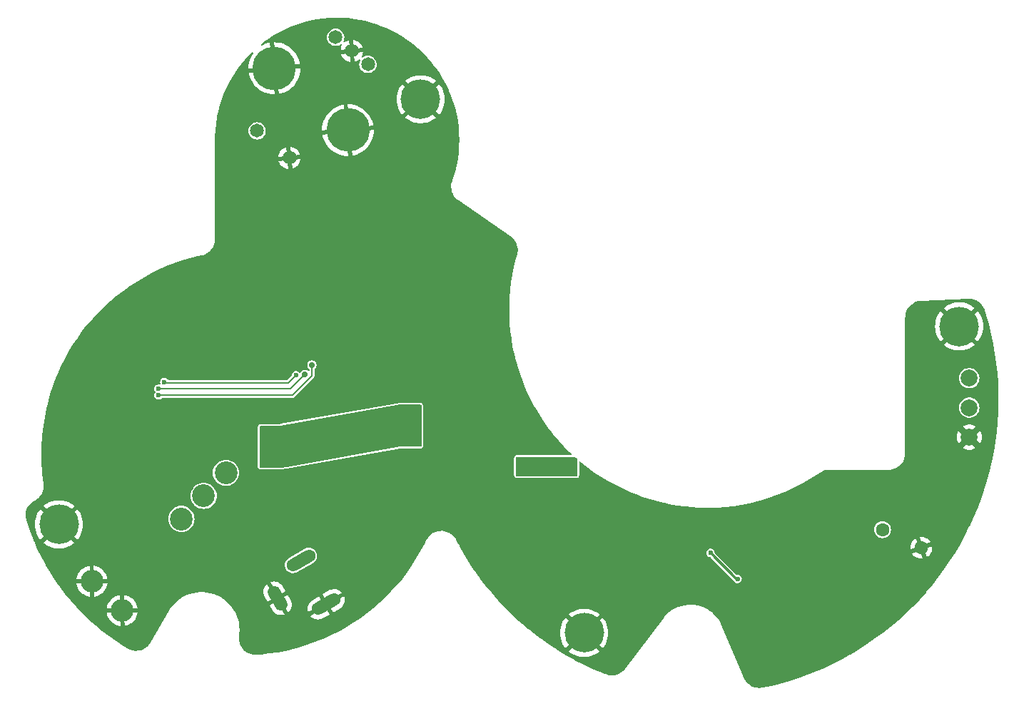
<source format=gbr>
%TF.GenerationSoftware,KiCad,Pcbnew,8.0.2*%
%TF.CreationDate,2024-12-22T17:19:01-06:00*%
%TF.ProjectId,LampBoardDesk,4c616d70-426f-4617-9264-4465736b2e6b,rev?*%
%TF.SameCoordinates,Original*%
%TF.FileFunction,Copper,L2,Bot*%
%TF.FilePolarity,Positive*%
%FSLAX46Y46*%
G04 Gerber Fmt 4.6, Leading zero omitted, Abs format (unit mm)*
G04 Created by KiCad (PCBNEW 8.0.2) date 2024-12-22 17:19:01*
%MOMM*%
%LPD*%
G01*
G04 APERTURE LIST*
G04 Aperture macros list*
%AMHorizOval*
0 Thick line with rounded ends*
0 $1 width*
0 $2 $3 position (X,Y) of the first rounded end (center of the circle)*
0 $4 $5 position (X,Y) of the second rounded end (center of the circle)*
0 Add line between two ends*
20,1,$1,$2,$3,$4,$5,0*
0 Add two circle primitives to create the rounded ends*
1,1,$1,$2,$3*
1,1,$1,$4,$5*%
G04 Aperture macros list end*
%TA.AperFunction,ComponentPad*%
%ADD10C,4.700000*%
%TD*%
%TA.AperFunction,ComponentPad*%
%ADD11C,1.650000*%
%TD*%
%TA.AperFunction,ComponentPad*%
%ADD12C,5.161000*%
%TD*%
%TA.AperFunction,ComponentPad*%
%ADD13HorizOval,1.500000X-0.425000X0.736122X0.425000X-0.736122X0*%
%TD*%
%TA.AperFunction,ComponentPad*%
%ADD14HorizOval,1.500000X0.952628X0.550000X-0.952628X-0.550000X0*%
%TD*%
%TA.AperFunction,ComponentPad*%
%ADD15C,2.700000*%
%TD*%
%TA.AperFunction,ComponentPad*%
%ADD16C,2.000000*%
%TD*%
%TA.AperFunction,ComponentPad*%
%ADD17C,1.600000*%
%TD*%
%TA.AperFunction,ViaPad*%
%ADD18C,0.700000*%
%TD*%
%TA.AperFunction,ViaPad*%
%ADD19C,0.600000*%
%TD*%
%TA.AperFunction,Conductor*%
%ADD20C,0.200000*%
%TD*%
%TA.AperFunction,Conductor*%
%ADD21C,0.300000*%
%TD*%
G04 APERTURE END LIST*
D10*
%TO.P,H3,1,1*%
%TO.N,GND*%
X16085891Y-73119257D03*
%TD*%
%TO.P,H4,1,1*%
%TO.N,GND*%
X59000000Y-22650000D03*
%TD*%
%TO.P,H1,1,1*%
%TO.N,GND*%
X122900000Y-49600000D03*
%TD*%
%TO.P,H2,1,1*%
%TO.N,GND*%
X78400000Y-86000000D03*
%TD*%
D11*
%TO.P,SW1,1,1*%
%TO.N,Net-(R23-Pad2)*%
X39597294Y-26395626D03*
%TO.P,SW1,2,2*%
%TO.N,GND*%
X43427516Y-29609564D03*
%TO.P,SW1,A1,A*%
%TO.N,Net-(SW1-A)*%
X48917714Y-15287982D03*
%TO.P,SW1,B1,B*%
%TO.N,Net-(SW1-B)*%
X52747936Y-18501920D03*
%TO.P,SW1,C1,C*%
%TO.N,GND*%
X50832825Y-16894951D03*
D12*
%TO.P,SW1,MH1,MH1*%
X41645465Y-18976395D03*
%TO.P,SW1,MH2,MH2*%
X50378372Y-26304173D03*
%TD*%
D13*
%TO.P,J4,3,3*%
%TO.N,GND*%
X42026861Y-81891684D03*
D14*
%TO.P,J4,2,2*%
X47803879Y-82597773D03*
%TO.P,J4,1,1*%
%TO.N,Net-(D11-A)*%
X44803879Y-77401621D03*
%TD*%
D15*
%TO.P,SW2,1,1*%
%TO.N,unconnected-(SW2-Pad1)*%
X35900782Y-66998701D03*
%TO.P,SW2,2,2*%
%TO.N,Net-(D11-K)*%
X33261080Y-69732193D03*
%TO.P,SW2,3,3*%
%TO.N,+24V*%
X30621381Y-72465683D03*
%TO.P,SW2,4,4*%
%TO.N,GND*%
X20000868Y-79864652D03*
%TO.P,SW2,5,5*%
X23597568Y-83337946D03*
%TD*%
D16*
%TO.P,J3,1,1*%
%TO.N,GND*%
X124100000Y-62750000D03*
%TO.P,J3,2,2*%
%TO.N,/LED_D_O*%
X124100000Y-59250000D03*
%TO.P,J3,3,3*%
%TO.N,Net-(C4-Pad1)*%
X124100000Y-55750000D03*
%TD*%
D17*
%TO.P,C4,1,1*%
%TO.N,Net-(C4-Pad1)*%
X113797978Y-73736734D03*
%TO.P,C4,2,2*%
%TO.N,GND*%
X118402022Y-75883634D03*
%TD*%
D18*
%TO.N,GND*%
X60600000Y-41600000D03*
D19*
X60500000Y-54762500D03*
X53800000Y-31000000D03*
D18*
X59600002Y-41600000D03*
X54000000Y-38800000D03*
D19*
X59800000Y-66100000D03*
X19100000Y-54400000D03*
X99900000Y-78500000D03*
X54950000Y-49637500D03*
D18*
X39700000Y-41800000D03*
D19*
X46800000Y-50300000D03*
D18*
X58600002Y-42800000D03*
D19*
X99500000Y-83000000D03*
X68100000Y-68900000D03*
X63400000Y-54800000D03*
X47700000Y-42087500D03*
X38200000Y-59137500D03*
D18*
X48300000Y-69900000D03*
D19*
X52000000Y-51387500D03*
X60800000Y-34700000D03*
X21500000Y-68100000D03*
X98400000Y-83000000D03*
X56200000Y-74400000D03*
D18*
X46300000Y-68500000D03*
D19*
X44900000Y-75100000D03*
D18*
X50300000Y-68500000D03*
X54300000Y-68500000D03*
D19*
X59800000Y-67400000D03*
X38800000Y-46787500D03*
X38000000Y-49987500D03*
X60500000Y-48262500D03*
D18*
X46300000Y-69900000D03*
D19*
X47800000Y-47900000D03*
D18*
X48600000Y-56100000D03*
D19*
X102900000Y-77300000D03*
D18*
X54300000Y-69900000D03*
D19*
X44000000Y-41787500D03*
X102900000Y-72800000D03*
X23500000Y-68300000D03*
D18*
X48300000Y-68500000D03*
D19*
X38000000Y-48787500D03*
X47800000Y-50300000D03*
X45600000Y-47900000D03*
X57000000Y-48262500D03*
X19200000Y-58200000D03*
D18*
X50300000Y-69900000D03*
X52300000Y-69900000D03*
D19*
X45600000Y-49100000D03*
X38800000Y-44387500D03*
X59800000Y-64900000D03*
D18*
X44300000Y-68500000D03*
D19*
X38200000Y-60137500D03*
X103600000Y-76600000D03*
X45600000Y-50300000D03*
X54450000Y-46462500D03*
D18*
X60600000Y-42800000D03*
D19*
X55000000Y-31000000D03*
X47800000Y-49100000D03*
X70400000Y-75200000D03*
X59800000Y-68700000D03*
X57000000Y-54762500D03*
D18*
X52300000Y-68500000D03*
D19*
X56250000Y-31000000D03*
X38800000Y-45587500D03*
X34500000Y-49200000D03*
X63400000Y-48300000D03*
X99400000Y-71400000D03*
X106200000Y-70050000D03*
D18*
X58600002Y-41600000D03*
D19*
X46800000Y-49100000D03*
X19100000Y-56300000D03*
X49250000Y-32000000D03*
D18*
X59600002Y-42800000D03*
D19*
X102900000Y-73800000D03*
X41600000Y-54787500D03*
X46800000Y-47900000D03*
%TO.N,+3.3V*%
X41800000Y-64500000D03*
X41800000Y-65800000D03*
X58500000Y-63300000D03*
X41800000Y-62000000D03*
X70900000Y-66700000D03*
X40600000Y-64500000D03*
X71900000Y-66700000D03*
X57300000Y-60700000D03*
X57300000Y-62000000D03*
X58500000Y-62000000D03*
X76700002Y-65500000D03*
X58500000Y-59500000D03*
X41800000Y-63200000D03*
X75500000Y-65500000D03*
X71900000Y-65500000D03*
X58500000Y-60700000D03*
X40600000Y-62000000D03*
X57300000Y-63300000D03*
X57300000Y-59500000D03*
X76300000Y-66700000D03*
X70900000Y-65500000D03*
X40600000Y-63200000D03*
X40600000Y-65800000D03*
X77200000Y-66700000D03*
D18*
%TO.N,/ENC_LED*%
X46100000Y-54200000D03*
D19*
X27900000Y-57800000D03*
D18*
%TO.N,/MGR_LED*%
X45279738Y-55310213D03*
D19*
X27900000Y-57000000D03*
%TO.N,/LED_EN_LED*%
X44200000Y-55400000D03*
X28600000Y-56200000D03*
%TO.N,/LED_EN*%
X93400000Y-76500000D03*
X96600000Y-79600000D03*
%TD*%
D20*
%TO.N,/ENC_LED*%
X46100000Y-55479901D02*
X43779901Y-57800000D01*
X46100000Y-54200000D02*
X46100000Y-55479901D01*
X43779901Y-57800000D02*
X27900000Y-57800000D01*
%TO.N,/MGR_LED*%
X27900000Y-57000000D02*
X43589951Y-57000000D01*
X43589951Y-57000000D02*
X45279738Y-55310213D01*
%TO.N,/LED_EN_LED*%
X44200000Y-55400000D02*
X43300000Y-56300000D01*
X28700000Y-56300000D02*
X28600000Y-56200000D01*
X43300000Y-56300000D02*
X42200000Y-56300000D01*
X42200000Y-56300000D02*
X28700000Y-56300000D01*
D21*
%TO.N,/LED_EN*%
X96500000Y-79600000D02*
X96600000Y-79600000D01*
X93400000Y-76500000D02*
X96500000Y-79600000D01*
%TD*%
%TA.AperFunction,Conductor*%
%TO.N,+3.3V*%
G36*
X77300925Y-65119685D02*
G01*
X77318224Y-65133098D01*
X77382856Y-65193063D01*
X77556546Y-65341455D01*
X77594730Y-65399968D01*
X77600000Y-65435733D01*
X77600000Y-67276000D01*
X77580315Y-67343039D01*
X77527511Y-67388794D01*
X77476000Y-67400000D01*
X70424000Y-67400000D01*
X70356961Y-67380315D01*
X70311206Y-67327511D01*
X70300000Y-67276000D01*
X70300000Y-65224000D01*
X70319685Y-65156961D01*
X70372489Y-65111206D01*
X70424000Y-65100000D01*
X77233886Y-65100000D01*
X77300925Y-65119685D01*
G37*
%TD.AperFunction*%
%TD*%
%TA.AperFunction,Conductor*%
%TO.N,+3.3V*%
G36*
X59043039Y-58919685D02*
G01*
X59088794Y-58972489D01*
X59100000Y-59024000D01*
X59100000Y-63776000D01*
X59080315Y-63843039D01*
X59027511Y-63888794D01*
X58976000Y-63900000D01*
X56600000Y-63900000D01*
X43104320Y-66276000D01*
X42410667Y-66398122D01*
X42389167Y-66400000D01*
X40024000Y-66400000D01*
X39956961Y-66380315D01*
X39911206Y-66327511D01*
X39900000Y-66276000D01*
X39900000Y-61524000D01*
X39919685Y-61456961D01*
X39972489Y-61411206D01*
X40024000Y-61400000D01*
X42399998Y-61400000D01*
X42400000Y-61400000D01*
X56589333Y-58901878D01*
X56610833Y-58900000D01*
X58976000Y-58900000D01*
X59043039Y-58919685D01*
G37*
%TD.AperFunction*%
%TD*%
%TA.AperFunction,Conductor*%
%TO.N,GND*%
G36*
X49665119Y-12965809D02*
G01*
X49670329Y-12966015D01*
X50429164Y-13016242D01*
X50434332Y-13016722D01*
X51189450Y-13106929D01*
X51194606Y-13107683D01*
X51943907Y-13237617D01*
X51948968Y-13238632D01*
X52690406Y-13407941D01*
X52695448Y-13409234D01*
X53426876Y-13617427D01*
X53431836Y-13618982D01*
X53777792Y-13737522D01*
X54151257Y-13865488D01*
X54156156Y-13867313D01*
X54861533Y-14151434D01*
X54866328Y-14153514D01*
X55258219Y-14335961D01*
X55555740Y-14474473D01*
X55560414Y-14476801D01*
X56231936Y-14833704D01*
X56236454Y-14836260D01*
X56888228Y-15228123D01*
X56892634Y-15230934D01*
X57522760Y-15656612D01*
X57527013Y-15659651D01*
X57813511Y-15876061D01*
X58095307Y-16088920D01*
X58133819Y-16118010D01*
X58137898Y-16121263D01*
X58516569Y-16440038D01*
X58719682Y-16611024D01*
X58723590Y-16614495D01*
X59278686Y-17134252D01*
X59282406Y-17137924D01*
X59809304Y-17686261D01*
X59812825Y-17690124D01*
X60310057Y-18265515D01*
X60313369Y-18269559D01*
X60779525Y-18870373D01*
X60782619Y-18874585D01*
X61216436Y-19499194D01*
X61219303Y-19503565D01*
X61619526Y-20150161D01*
X61622159Y-20154676D01*
X61987711Y-20821517D01*
X61990102Y-20826165D01*
X62319950Y-21511374D01*
X62322092Y-21516142D01*
X62387889Y-21673589D01*
X62541993Y-22042347D01*
X62615316Y-22217801D01*
X62617203Y-22222675D01*
X62872985Y-22938833D01*
X62874612Y-22943800D01*
X63092231Y-23672430D01*
X63093595Y-23677476D01*
X63272469Y-24416633D01*
X63273563Y-24421744D01*
X63413167Y-25169258D01*
X63413991Y-25174420D01*
X63513951Y-25928289D01*
X63514501Y-25933487D01*
X63574533Y-26691572D01*
X63574808Y-26696791D01*
X63594746Y-27456992D01*
X63594745Y-27462219D01*
X63574533Y-28222413D01*
X63574256Y-28227633D01*
X63513951Y-28985698D01*
X63513399Y-28990895D01*
X63413170Y-29744707D01*
X63412345Y-29749869D01*
X63272464Y-30497372D01*
X63271367Y-30502482D01*
X63092237Y-31241535D01*
X63090872Y-31246581D01*
X62872890Y-31975465D01*
X62871475Y-31979826D01*
X62745677Y-32338975D01*
X62699047Y-32477355D01*
X62641758Y-32763656D01*
X62626709Y-33055231D01*
X62654217Y-33345915D01*
X62654218Y-33345919D01*
X62723696Y-33629490D01*
X62723700Y-33629501D01*
X62833675Y-33899964D01*
X62833678Y-33899970D01*
X62981810Y-34151565D01*
X62981811Y-34151566D01*
X63164956Y-34378954D01*
X63379218Y-34577295D01*
X63498131Y-34662023D01*
X69653031Y-38880962D01*
X69654387Y-38881910D01*
X69762260Y-38958626D01*
X69771644Y-38966200D01*
X69967688Y-39145231D01*
X69977182Y-39155198D01*
X70145952Y-39359032D01*
X70153973Y-39370219D01*
X70292839Y-39595492D01*
X70299230Y-39607684D01*
X70405505Y-39850040D01*
X70410143Y-39863000D01*
X70481775Y-40117753D01*
X70484571Y-40131232D01*
X70520173Y-40393461D01*
X70521072Y-40407197D01*
X70519958Y-40671828D01*
X70518943Y-40685556D01*
X70481011Y-40948324D01*
X70478564Y-40960133D01*
X70443815Y-41088044D01*
X70443492Y-41089207D01*
X70311878Y-41551336D01*
X70081687Y-42485513D01*
X69889922Y-43428337D01*
X69736907Y-44378219D01*
X69622898Y-45333540D01*
X69548086Y-46292738D01*
X69534074Y-46672328D01*
X69517267Y-47127645D01*
X69512594Y-47254232D01*
X69516481Y-48216322D01*
X69559745Y-49177475D01*
X69642312Y-50136062D01*
X69764038Y-51090436D01*
X69924725Y-52039031D01*
X70124107Y-52980285D01*
X70312517Y-53719139D01*
X70361841Y-53912564D01*
X70447810Y-54199999D01*
X70637537Y-54834350D01*
X70950716Y-55744042D01*
X71300884Y-56640203D01*
X71419084Y-56909618D01*
X71687424Y-57521250D01*
X72010250Y-58182145D01*
X72109705Y-58385751D01*
X72276504Y-58694500D01*
X72456925Y-59028464D01*
X72567016Y-59232244D01*
X73058585Y-60059306D01*
X73583586Y-60865544D01*
X73962972Y-61399062D01*
X74141158Y-61649638D01*
X74545993Y-62172255D01*
X74730355Y-62410254D01*
X75016529Y-62750000D01*
X75350178Y-63146107D01*
X75956990Y-63809399D01*
X75999609Y-63855984D01*
X76677537Y-64538674D01*
X76876128Y-64722925D01*
X76905927Y-64776364D01*
X76898624Y-64837112D01*
X76857009Y-64881966D01*
X76808794Y-64894500D01*
X70424000Y-64894500D01*
X70392797Y-64897855D01*
X70380314Y-64899197D01*
X70328800Y-64910404D01*
X70318628Y-64912889D01*
X70237914Y-64955900D01*
X70185113Y-65001653D01*
X70185098Y-65001667D01*
X70167155Y-65019247D01*
X70167153Y-65019249D01*
X70122511Y-65099058D01*
X70122509Y-65099062D01*
X70102826Y-65166095D01*
X70102824Y-65166104D01*
X70100077Y-65185212D01*
X70094500Y-65224000D01*
X70094500Y-67276000D01*
X70098526Y-67313443D01*
X70099197Y-67319685D01*
X70110404Y-67371199D01*
X70112889Y-67381371D01*
X70112889Y-67381372D01*
X70112890Y-67381373D01*
X70155900Y-67462085D01*
X70201655Y-67514889D01*
X70201667Y-67514901D01*
X70219247Y-67532844D01*
X70219249Y-67532846D01*
X70299058Y-67577488D01*
X70299062Y-67577490D01*
X70340294Y-67589597D01*
X70366102Y-67597175D01*
X70424000Y-67605500D01*
X70424001Y-67605500D01*
X77475995Y-67605500D01*
X77476000Y-67605500D01*
X77519684Y-67600803D01*
X77571195Y-67589597D01*
X77581373Y-67587110D01*
X77662085Y-67544100D01*
X77714889Y-67498345D01*
X77732843Y-67480754D01*
X77732844Y-67480751D01*
X77732846Y-67480750D01*
X77777488Y-67400941D01*
X77777490Y-67400937D01*
X77797173Y-67333904D01*
X77797175Y-67333898D01*
X77805500Y-67276000D01*
X77805500Y-65768942D01*
X77824407Y-65710751D01*
X77873907Y-65674787D01*
X77935093Y-65674787D01*
X77968803Y-65693670D01*
X78114353Y-65818021D01*
X78870821Y-66412523D01*
X79650987Y-66975564D01*
X80453543Y-67506204D01*
X81120136Y-67908738D01*
X81277160Y-68003560D01*
X82120411Y-68466772D01*
X82981922Y-68895088D01*
X82981931Y-68895092D01*
X82981933Y-68895093D01*
X83365185Y-69066444D01*
X83860263Y-69287794D01*
X84753922Y-69644215D01*
X85146743Y-69782533D01*
X85661431Y-69963764D01*
X86581253Y-70245902D01*
X87511852Y-70490156D01*
X88227093Y-70646902D01*
X88451677Y-70696120D01*
X89399124Y-70863442D01*
X90352630Y-70991847D01*
X90352638Y-70991847D01*
X90352640Y-70991848D01*
X91310609Y-71081121D01*
X91791019Y-71106115D01*
X92271421Y-71131110D01*
X92354568Y-71132028D01*
X93233490Y-71141733D01*
X94195180Y-71112971D01*
X95154887Y-71044874D01*
X96111003Y-70937553D01*
X97061925Y-70791191D01*
X98006060Y-70606032D01*
X98941826Y-70382385D01*
X99867654Y-70120627D01*
X100573263Y-69889550D01*
X100781971Y-69821202D01*
X100781973Y-69821201D01*
X100781992Y-69821195D01*
X101683310Y-69484592D01*
X102433109Y-69169033D01*
X102570086Y-69111386D01*
X102570095Y-69111382D01*
X103440863Y-68702189D01*
X104294154Y-68257701D01*
X105128537Y-67778661D01*
X105942615Y-67265872D01*
X106339715Y-66995382D01*
X106340701Y-66994719D01*
X106460518Y-66915378D01*
X106471901Y-66908881D01*
X106730626Y-66783171D01*
X106744468Y-66777691D01*
X107018288Y-66692530D01*
X107032812Y-66689190D01*
X107317192Y-66645991D01*
X107330241Y-66644885D01*
X107471114Y-66642323D01*
X107473648Y-66642277D01*
X107475448Y-66642261D01*
X114490707Y-66642261D01*
X114594605Y-66640521D01*
X114633570Y-66639869D01*
X114916403Y-66599204D01*
X115190570Y-66518700D01*
X115450489Y-66399998D01*
X115690869Y-66245513D01*
X115906816Y-66058390D01*
X116093935Y-65842439D01*
X116248415Y-65602056D01*
X116367113Y-65342135D01*
X116447612Y-65067967D01*
X116488272Y-64785133D01*
X116490697Y-64642262D01*
X116490697Y-62750000D01*
X122594859Y-62750000D01*
X122615386Y-62997736D01*
X122676412Y-63238716D01*
X122776267Y-63466366D01*
X122776272Y-63466375D01*
X122806707Y-63512960D01*
X123416712Y-62902954D01*
X123426902Y-62954182D01*
X123479669Y-63081574D01*
X123556275Y-63196223D01*
X123653777Y-63293725D01*
X123768426Y-63370331D01*
X123895818Y-63423098D01*
X123947041Y-63433287D01*
X123337440Y-64042889D01*
X123495388Y-64128366D01*
X123730513Y-64209084D01*
X123975706Y-64250000D01*
X124224294Y-64250000D01*
X124469486Y-64209084D01*
X124704611Y-64128366D01*
X124862557Y-64042888D01*
X124252956Y-63433287D01*
X124304182Y-63423098D01*
X124431574Y-63370331D01*
X124546223Y-63293725D01*
X124643725Y-63196223D01*
X124720331Y-63081574D01*
X124773098Y-62954182D01*
X124783287Y-62902956D01*
X125393291Y-63512960D01*
X125423729Y-63466372D01*
X125423734Y-63466363D01*
X125523587Y-63238719D01*
X125584613Y-62997736D01*
X125605140Y-62750000D01*
X125584613Y-62502263D01*
X125523587Y-62261283D01*
X125423731Y-62033632D01*
X125393290Y-61987039D01*
X124783287Y-62597041D01*
X124773098Y-62545818D01*
X124720331Y-62418426D01*
X124643725Y-62303777D01*
X124546223Y-62206275D01*
X124431574Y-62129669D01*
X124304182Y-62076902D01*
X124252954Y-62066712D01*
X124862558Y-61457109D01*
X124704611Y-61371633D01*
X124469486Y-61290915D01*
X124224294Y-61250000D01*
X123975706Y-61250000D01*
X123730513Y-61290915D01*
X123495388Y-61371633D01*
X123337440Y-61457109D01*
X123947043Y-62066712D01*
X123895818Y-62076902D01*
X123768426Y-62129669D01*
X123653777Y-62206275D01*
X123556275Y-62303777D01*
X123479669Y-62418426D01*
X123426902Y-62545818D01*
X123416712Y-62597043D01*
X122806707Y-61987038D01*
X122776270Y-62033627D01*
X122776269Y-62033629D01*
X122676412Y-62261283D01*
X122615386Y-62502263D01*
X122594859Y-62750000D01*
X116490697Y-62750000D01*
X116490697Y-59250000D01*
X122894357Y-59250000D01*
X122914885Y-59471536D01*
X122975771Y-59685528D01*
X123074942Y-59884689D01*
X123209019Y-60062236D01*
X123373438Y-60212124D01*
X123562599Y-60329247D01*
X123770060Y-60409618D01*
X123988757Y-60450500D01*
X124211243Y-60450500D01*
X124429940Y-60409618D01*
X124637401Y-60329247D01*
X124826562Y-60212124D01*
X124990981Y-60062236D01*
X125125058Y-59884689D01*
X125224229Y-59685528D01*
X125285115Y-59471536D01*
X125305643Y-59250000D01*
X125285115Y-59028464D01*
X125224229Y-58814472D01*
X125125058Y-58615311D01*
X124990981Y-58437764D01*
X124826562Y-58287876D01*
X124637401Y-58170753D01*
X124429940Y-58090382D01*
X124429939Y-58090381D01*
X124429937Y-58090381D01*
X124211243Y-58049500D01*
X123988757Y-58049500D01*
X123770062Y-58090381D01*
X123693797Y-58119926D01*
X123562599Y-58170753D01*
X123373438Y-58287876D01*
X123209020Y-58437763D01*
X123074943Y-58615309D01*
X123074938Y-58615318D01*
X122990391Y-58785111D01*
X122975771Y-58814472D01*
X122914885Y-59028464D01*
X122894357Y-59250000D01*
X116490697Y-59250000D01*
X116490697Y-55750000D01*
X122894357Y-55750000D01*
X122914885Y-55971536D01*
X122975771Y-56185528D01*
X123074942Y-56384689D01*
X123209019Y-56562236D01*
X123373438Y-56712124D01*
X123562599Y-56829247D01*
X123770060Y-56909618D01*
X123988757Y-56950500D01*
X124211243Y-56950500D01*
X124429940Y-56909618D01*
X124637401Y-56829247D01*
X124826562Y-56712124D01*
X124990981Y-56562236D01*
X125125058Y-56384689D01*
X125224229Y-56185528D01*
X125285115Y-55971536D01*
X125305643Y-55750000D01*
X125285115Y-55528464D01*
X125224229Y-55314472D01*
X125125058Y-55115311D01*
X124990981Y-54937764D01*
X124826562Y-54787876D01*
X124637401Y-54670753D01*
X124429940Y-54590382D01*
X124429939Y-54590381D01*
X124429937Y-54590381D01*
X124211243Y-54549500D01*
X123988757Y-54549500D01*
X123770062Y-54590381D01*
X123764288Y-54592618D01*
X123562599Y-54670753D01*
X123426595Y-54754963D01*
X123373438Y-54787876D01*
X123250993Y-54899500D01*
X123209019Y-54937764D01*
X123165550Y-54995326D01*
X123074943Y-55115309D01*
X123074938Y-55115318D01*
X122975772Y-55314469D01*
X122975771Y-55314472D01*
X122914885Y-55528464D01*
X122894357Y-55750000D01*
X116490697Y-55750000D01*
X116490697Y-49600000D01*
X120045170Y-49600000D01*
X120064473Y-49931428D01*
X120122121Y-50258366D01*
X120122121Y-50258367D01*
X120217335Y-50576403D01*
X120217337Y-50576410D01*
X120348828Y-50881238D01*
X120348831Y-50881245D01*
X120514823Y-51168753D01*
X120514825Y-51168756D01*
X120712356Y-51434087D01*
X121784727Y-50361715D01*
X121870278Y-50479466D01*
X122020534Y-50629722D01*
X122138282Y-50715270D01*
X121069290Y-51784263D01*
X121195215Y-51889925D01*
X121472583Y-52072354D01*
X121769257Y-52221349D01*
X121769261Y-52221350D01*
X122081230Y-52334898D01*
X122404253Y-52411457D01*
X122734009Y-52450000D01*
X123065991Y-52450000D01*
X123395746Y-52411457D01*
X123718769Y-52334898D01*
X124030738Y-52221350D01*
X124030742Y-52221349D01*
X124327416Y-52072354D01*
X124604784Y-51889925D01*
X124730708Y-51784263D01*
X123661716Y-50715271D01*
X123779466Y-50629722D01*
X123929722Y-50479466D01*
X124015271Y-50361716D01*
X125087642Y-51434087D01*
X125285174Y-51168756D01*
X125285176Y-51168753D01*
X125451168Y-50881245D01*
X125451171Y-50881238D01*
X125582662Y-50576410D01*
X125582664Y-50576403D01*
X125677878Y-50258367D01*
X125677878Y-50258366D01*
X125735526Y-49931428D01*
X125754829Y-49600000D01*
X125735526Y-49268571D01*
X125677878Y-48941633D01*
X125677878Y-48941632D01*
X125582664Y-48623596D01*
X125582662Y-48623589D01*
X125451171Y-48318761D01*
X125451168Y-48318754D01*
X125285176Y-48031246D01*
X125285174Y-48031243D01*
X125087642Y-47765911D01*
X124015270Y-48838282D01*
X123929722Y-48720534D01*
X123779466Y-48570278D01*
X123661715Y-48484727D01*
X124730708Y-47415735D01*
X124604784Y-47310074D01*
X124327416Y-47127645D01*
X124030742Y-46978650D01*
X124030738Y-46978649D01*
X123718769Y-46865101D01*
X123395746Y-46788542D01*
X123065991Y-46750000D01*
X122734009Y-46750000D01*
X122404253Y-46788542D01*
X122081230Y-46865101D01*
X121769261Y-46978649D01*
X121769257Y-46978650D01*
X121472583Y-47127645D01*
X121195211Y-47310077D01*
X121069290Y-47415735D01*
X122138283Y-48484728D01*
X122020534Y-48570278D01*
X121870278Y-48720534D01*
X121784728Y-48838283D01*
X120712356Y-47765911D01*
X120514831Y-48031233D01*
X120514828Y-48031239D01*
X120348831Y-48318754D01*
X120348828Y-48318761D01*
X120217337Y-48623589D01*
X120217335Y-48623596D01*
X120122121Y-48941632D01*
X120122121Y-48941633D01*
X120064473Y-49268571D01*
X120045170Y-49600000D01*
X116490697Y-49600000D01*
X116490697Y-48556172D01*
X116490711Y-48554478D01*
X116492969Y-48422499D01*
X116493907Y-48410500D01*
X116530521Y-48148329D01*
X116533357Y-48134899D01*
X116562885Y-48031246D01*
X116605654Y-47881108D01*
X116610315Y-47868215D01*
X116717023Y-47626859D01*
X116723421Y-47614738D01*
X116862489Y-47390456D01*
X116870503Y-47379334D01*
X117039254Y-47176448D01*
X117048722Y-47166549D01*
X117243928Y-46988937D01*
X117254661Y-46980453D01*
X117472560Y-46831547D01*
X117484381Y-46824621D01*
X117720752Y-46707298D01*
X117733429Y-46702067D01*
X117983766Y-46618564D01*
X117997034Y-46615139D01*
X118257345Y-46566908D01*
X118269273Y-46565440D01*
X118401084Y-46557317D01*
X118402683Y-46557233D01*
X123954312Y-46310350D01*
X123955962Y-46310290D01*
X124094488Y-46306590D01*
X124107123Y-46307060D01*
X124383527Y-46335125D01*
X124397691Y-46337615D01*
X124666231Y-46405269D01*
X124679903Y-46409794D01*
X124935783Y-46515699D01*
X124948655Y-46522161D01*
X125110204Y-46618567D01*
X125186450Y-46664067D01*
X125198247Y-46672327D01*
X125388928Y-46827677D01*
X125412944Y-46847243D01*
X125423413Y-46857122D01*
X125610463Y-47061347D01*
X125619387Y-47072641D01*
X125774817Y-47301837D01*
X125782012Y-47314314D01*
X125902926Y-47564434D01*
X125907684Y-47576123D01*
X125951549Y-47707286D01*
X125952222Y-47709376D01*
X126124797Y-48266164D01*
X126125615Y-48268947D01*
X126438519Y-49394082D01*
X126439353Y-49397288D01*
X126714400Y-50532063D01*
X126715126Y-50535294D01*
X126952061Y-51678622D01*
X126952679Y-51681876D01*
X127151238Y-52832490D01*
X127151747Y-52835762D01*
X127311716Y-53992425D01*
X127312114Y-53995713D01*
X127433296Y-55157000D01*
X127433585Y-55160299D01*
X127515860Y-56325043D01*
X127516038Y-56328350D01*
X127559309Y-57495188D01*
X127559376Y-57498500D01*
X127563591Y-58666099D01*
X127563548Y-58669410D01*
X127528708Y-59836529D01*
X127528554Y-59839837D01*
X127454694Y-61005140D01*
X127454429Y-61008442D01*
X127341634Y-62170608D01*
X127341259Y-62173898D01*
X127189653Y-63331648D01*
X127189168Y-63334924D01*
X126998925Y-64486943D01*
X126998331Y-64490201D01*
X126769658Y-65635226D01*
X126768955Y-65638463D01*
X126502109Y-66775201D01*
X126501298Y-66778412D01*
X126196589Y-67905556D01*
X126195672Y-67908738D01*
X125853416Y-69025110D01*
X125852392Y-69028260D01*
X125473004Y-70132512D01*
X125471876Y-70135626D01*
X125055749Y-71226609D01*
X125054517Y-71229683D01*
X124602140Y-72306117D01*
X124600806Y-72309148D01*
X124112672Y-73369856D01*
X124111237Y-73372841D01*
X123587912Y-74416603D01*
X123586379Y-74419538D01*
X123028408Y-75445258D01*
X123026776Y-75448141D01*
X122434837Y-76454575D01*
X122433111Y-76457401D01*
X121807823Y-77443498D01*
X121806003Y-77446265D01*
X121148072Y-78410911D01*
X121146160Y-78413615D01*
X120456355Y-79355681D01*
X120454354Y-79358320D01*
X119733420Y-80276791D01*
X119731332Y-80279362D01*
X118980061Y-81173228D01*
X118977888Y-81175727D01*
X118197171Y-82043928D01*
X118194916Y-82046354D01*
X117385542Y-82888012D01*
X117383208Y-82890358D01*
X116556610Y-83694285D01*
X116546192Y-83704417D01*
X116543779Y-83706686D01*
X115679971Y-84492320D01*
X115677484Y-84494507D01*
X114787893Y-85250799D01*
X114785334Y-85252902D01*
X113870949Y-85979011D01*
X113868322Y-85981027D01*
X112930137Y-86676163D01*
X112927443Y-86678090D01*
X111966529Y-87341457D01*
X111963773Y-87343292D01*
X110981265Y-87974113D01*
X110978448Y-87975856D01*
X109975329Y-88573496D01*
X109972456Y-88575143D01*
X108949924Y-89138886D01*
X108946997Y-89140436D01*
X107906207Y-89669647D01*
X107903230Y-89671099D01*
X106845296Y-90165214D01*
X106842273Y-90166565D01*
X105768389Y-90625024D01*
X105765321Y-90626273D01*
X104676742Y-91048540D01*
X104673635Y-91049686D01*
X103571327Y-91435380D01*
X103568575Y-91436298D01*
X103012303Y-91612816D01*
X103011497Y-91613068D01*
X102447702Y-91786698D01*
X102444760Y-91787554D01*
X101306415Y-92099900D01*
X101303026Y-92100766D01*
X100154341Y-92372707D01*
X100151348Y-92373367D01*
X99573961Y-92491313D01*
X99571934Y-92491705D01*
X99444308Y-92515014D01*
X99432507Y-92516444D01*
X99172292Y-92532207D01*
X99158774Y-92532101D01*
X98899659Y-92512331D01*
X98886282Y-92510385D01*
X98632271Y-92455499D01*
X98619283Y-92451748D01*
X98375121Y-92362770D01*
X98362766Y-92357285D01*
X98133006Y-92235879D01*
X98121513Y-92228762D01*
X97910424Y-92077180D01*
X97900008Y-92068564D01*
X97711540Y-91889643D01*
X97702400Y-91879694D01*
X97540059Y-91676760D01*
X97532356Y-91665653D01*
X97500973Y-91613068D01*
X97398761Y-91441803D01*
X97393288Y-91431237D01*
X97340567Y-91312455D01*
X97339924Y-91310974D01*
X97228782Y-91049141D01*
X94693919Y-85077376D01*
X94613678Y-84894699D01*
X94421974Y-84544752D01*
X94196380Y-84215632D01*
X94196376Y-84215627D01*
X93939143Y-83910617D01*
X93939141Y-83910615D01*
X93939136Y-83910609D01*
X93652801Y-83632715D01*
X93640014Y-83622570D01*
X93340218Y-83384710D01*
X93340211Y-83384706D01*
X93330781Y-83378649D01*
X93182705Y-83283533D01*
X93004500Y-83169064D01*
X93004497Y-83169063D01*
X92648970Y-82987913D01*
X92277188Y-82843068D01*
X92277155Y-82843057D01*
X91892817Y-82735954D01*
X91892808Y-82735952D01*
X91499669Y-82667642D01*
X91101722Y-82638818D01*
X91101712Y-82638818D01*
X91101709Y-82638818D01*
X90756025Y-82648301D01*
X90702841Y-82649760D01*
X90307055Y-82700361D01*
X90307051Y-82700361D01*
X89918256Y-82790122D01*
X89540342Y-82918143D01*
X89177045Y-83083160D01*
X88831980Y-83283533D01*
X88508596Y-83517257D01*
X88210081Y-83782024D01*
X87939405Y-84075205D01*
X87817392Y-84232993D01*
X83291130Y-90239547D01*
X83290100Y-90240889D01*
X83206064Y-90348531D01*
X83197752Y-90357892D01*
X83003241Y-90550855D01*
X82992465Y-90560110D01*
X82773028Y-90722737D01*
X82761037Y-90730355D01*
X82520578Y-90859903D01*
X82507619Y-90865726D01*
X82251101Y-90959520D01*
X82237444Y-90963429D01*
X81970135Y-91019545D01*
X81956058Y-91021459D01*
X81683470Y-91038738D01*
X81669264Y-91038617D01*
X81397011Y-91016703D01*
X81382969Y-91014550D01*
X81115817Y-90953704D01*
X81103832Y-90950165D01*
X80975742Y-90903372D01*
X80973766Y-90902626D01*
X80814338Y-90840449D01*
X80435322Y-90692633D01*
X80432541Y-90691499D01*
X79367242Y-90238345D01*
X79364109Y-90236948D01*
X78315319Y-89747235D01*
X78312236Y-89745730D01*
X77281044Y-89219975D01*
X77278015Y-89218364D01*
X76265654Y-88657197D01*
X76262683Y-88655482D01*
X75330099Y-88095444D01*
X75270376Y-88059579D01*
X75267468Y-88057763D01*
X75218887Y-88026249D01*
X74296415Y-87427845D01*
X74293570Y-87425929D01*
X73694952Y-87007445D01*
X73344896Y-86762726D01*
X73342127Y-86760718D01*
X73206017Y-86658367D01*
X72417022Y-86065063D01*
X72414318Y-86062955D01*
X72336374Y-86000000D01*
X75545170Y-86000000D01*
X75564473Y-86331428D01*
X75622121Y-86658366D01*
X75622121Y-86658367D01*
X75717335Y-86976403D01*
X75717337Y-86976410D01*
X75848828Y-87281238D01*
X75848831Y-87281245D01*
X76014823Y-87568753D01*
X76014825Y-87568756D01*
X76212356Y-87834087D01*
X77284727Y-86761715D01*
X77370278Y-86879466D01*
X77520534Y-87029722D01*
X77638282Y-87115270D01*
X76569290Y-88184263D01*
X76695215Y-88289925D01*
X76972583Y-88472354D01*
X77269257Y-88621349D01*
X77269261Y-88621350D01*
X77581230Y-88734898D01*
X77904253Y-88811457D01*
X78234009Y-88850000D01*
X78565991Y-88850000D01*
X78895746Y-88811457D01*
X79218769Y-88734898D01*
X79530738Y-88621350D01*
X79530742Y-88621349D01*
X79827416Y-88472354D01*
X80104784Y-88289925D01*
X80230708Y-88184263D01*
X79161716Y-87115271D01*
X79279466Y-87029722D01*
X79429722Y-86879466D01*
X79515271Y-86761716D01*
X80587642Y-87834087D01*
X80785174Y-87568756D01*
X80785176Y-87568753D01*
X80951168Y-87281245D01*
X80951171Y-87281238D01*
X81082662Y-86976410D01*
X81082664Y-86976403D01*
X81177878Y-86658367D01*
X81177878Y-86658366D01*
X81235526Y-86331428D01*
X81254829Y-86000000D01*
X81235526Y-85668571D01*
X81177878Y-85341633D01*
X81177878Y-85341632D01*
X81082664Y-85023593D01*
X81082662Y-85023589D01*
X80951171Y-84718761D01*
X80951168Y-84718754D01*
X80785176Y-84431246D01*
X80785174Y-84431243D01*
X80587642Y-84165911D01*
X79515270Y-85238282D01*
X79429722Y-85120534D01*
X79279466Y-84970278D01*
X79161715Y-84884727D01*
X80230708Y-83815735D01*
X80104784Y-83710074D01*
X79827416Y-83527645D01*
X79530742Y-83378650D01*
X79530738Y-83378649D01*
X79218769Y-83265101D01*
X78895746Y-83188542D01*
X78565991Y-83150000D01*
X78234009Y-83150000D01*
X77904253Y-83188542D01*
X77581230Y-83265101D01*
X77269261Y-83378649D01*
X77269257Y-83378650D01*
X76972583Y-83527645D01*
X76695211Y-83710077D01*
X76569290Y-83815735D01*
X77638283Y-84884728D01*
X77520534Y-84970278D01*
X77370278Y-85120534D01*
X77284728Y-85238283D01*
X76212356Y-84165911D01*
X76014831Y-84431233D01*
X76014828Y-84431239D01*
X75848831Y-84718754D01*
X75848828Y-84718761D01*
X75717337Y-85023589D01*
X75717336Y-85023593D01*
X75622121Y-85341632D01*
X75622121Y-85341633D01*
X75564473Y-85668571D01*
X75545170Y-86000000D01*
X72336374Y-86000000D01*
X71914418Y-85659187D01*
X71513866Y-85335661D01*
X71511238Y-85333463D01*
X71486985Y-85312445D01*
X70636503Y-84575390D01*
X70633950Y-84573098D01*
X70249254Y-84215632D01*
X69786039Y-83785205D01*
X69783569Y-83782829D01*
X69704839Y-83704417D01*
X69367069Y-83368009D01*
X68963439Y-82966007D01*
X68961051Y-82963544D01*
X68169741Y-82118827D01*
X68167439Y-82116283D01*
X67405851Y-81244635D01*
X67403639Y-81242013D01*
X66672715Y-80344512D01*
X66670595Y-80341815D01*
X66085928Y-79570814D01*
X65971179Y-79419495D01*
X65969187Y-79416771D01*
X65302156Y-78470785D01*
X65300231Y-78467952D01*
X65264670Y-78413615D01*
X64666365Y-77499408D01*
X64664576Y-77496568D01*
X64064632Y-76506620D01*
X64062910Y-76503663D01*
X64060861Y-76500002D01*
X64060858Y-76499997D01*
X92894353Y-76499997D01*
X92894353Y-76500002D01*
X92914834Y-76642456D01*
X92974622Y-76773371D01*
X92974623Y-76773373D01*
X93015346Y-76820370D01*
X93068873Y-76882144D01*
X93189942Y-76959950D01*
X93189947Y-76959953D01*
X93256400Y-76979465D01*
X93328035Y-77000499D01*
X93328036Y-77000499D01*
X93328039Y-77000500D01*
X93363810Y-77000500D01*
X93422001Y-77019407D01*
X93433814Y-77029496D01*
X96086173Y-79681855D01*
X96113950Y-79736372D01*
X96114161Y-79737768D01*
X96114835Y-79742457D01*
X96114836Y-79742460D01*
X96174622Y-79873371D01*
X96174623Y-79873373D01*
X96261486Y-79973619D01*
X96268873Y-79982144D01*
X96380128Y-80053643D01*
X96389947Y-80059953D01*
X96467036Y-80082588D01*
X96528035Y-80100499D01*
X96528036Y-80100499D01*
X96528039Y-80100500D01*
X96528041Y-80100500D01*
X96671959Y-80100500D01*
X96671961Y-80100500D01*
X96810053Y-80059953D01*
X96931128Y-79982143D01*
X97025377Y-79873373D01*
X97085165Y-79742457D01*
X97102908Y-79619052D01*
X97105647Y-79600002D01*
X97105647Y-79599997D01*
X97085165Y-79457543D01*
X97066545Y-79416771D01*
X97025377Y-79326627D01*
X96931128Y-79217857D01*
X96931127Y-79217856D01*
X96931126Y-79217855D01*
X96810057Y-79140049D01*
X96810054Y-79140047D01*
X96810053Y-79140047D01*
X96810050Y-79140046D01*
X96671964Y-79099500D01*
X96671961Y-79099500D01*
X96536190Y-79099500D01*
X96477999Y-79080593D01*
X96466186Y-79070504D01*
X93930619Y-76534937D01*
X93902842Y-76480420D01*
X93902631Y-76479022D01*
X93885165Y-76357543D01*
X93825377Y-76226628D01*
X93825377Y-76226627D01*
X93731128Y-76117857D01*
X93731127Y-76117856D01*
X93731126Y-76117855D01*
X93610057Y-76040049D01*
X93610054Y-76040047D01*
X93610053Y-76040047D01*
X93610050Y-76040046D01*
X93471964Y-75999500D01*
X93471961Y-75999500D01*
X93328039Y-75999500D01*
X93328035Y-75999500D01*
X93189949Y-76040046D01*
X93189942Y-76040049D01*
X93068873Y-76117855D01*
X92974622Y-76226628D01*
X92914834Y-76357543D01*
X92894353Y-76499997D01*
X64060858Y-76499997D01*
X63715931Y-75883630D01*
X117097056Y-75883630D01*
X117097056Y-75883637D01*
X117114769Y-76086110D01*
X117907437Y-75797601D01*
X117902023Y-75817808D01*
X117902023Y-75949460D01*
X117936098Y-76076626D01*
X118001924Y-76190640D01*
X118078657Y-76267373D01*
X117285779Y-76555957D01*
X117402356Y-76722445D01*
X117563210Y-76883299D01*
X117749540Y-77013768D01*
X117955698Y-77109900D01*
X118175424Y-77168776D01*
X118402019Y-77188600D01*
X118402025Y-77188600D01*
X118604498Y-77170885D01*
X118315990Y-76378218D01*
X118336196Y-76383633D01*
X118467848Y-76383633D01*
X118595014Y-76349558D01*
X118709028Y-76283732D01*
X118785760Y-76206999D01*
X119074345Y-76999875D01*
X119240833Y-76883299D01*
X119401687Y-76722445D01*
X119532156Y-76536115D01*
X119628288Y-76329957D01*
X119687164Y-76110231D01*
X119706988Y-75883637D01*
X119706988Y-75883631D01*
X119689273Y-75681156D01*
X118896607Y-75969663D01*
X118902021Y-75949460D01*
X118902021Y-75817808D01*
X118867946Y-75690642D01*
X118802120Y-75576628D01*
X118725385Y-75499893D01*
X119518263Y-75211309D01*
X119401687Y-75044822D01*
X119240833Y-74883968D01*
X119054503Y-74753499D01*
X118848345Y-74657367D01*
X118628619Y-74598491D01*
X118402025Y-74578668D01*
X118402019Y-74578668D01*
X118199543Y-74596381D01*
X118488051Y-75389048D01*
X118467848Y-75383635D01*
X118336196Y-75383635D01*
X118209030Y-75417710D01*
X118095016Y-75483536D01*
X118018282Y-75560269D01*
X117729697Y-74767391D01*
X117563210Y-74883968D01*
X117402356Y-75044822D01*
X117271887Y-75231152D01*
X117175755Y-75437310D01*
X117116879Y-75657036D01*
X117097056Y-75883630D01*
X63715931Y-75883630D01*
X63497555Y-75493402D01*
X63496138Y-75490776D01*
X63483495Y-75466482D01*
X63228859Y-74977198D01*
X63163253Y-74854958D01*
X63070027Y-74722758D01*
X63003376Y-74628242D01*
X63003373Y-74628238D01*
X62813691Y-74425788D01*
X62597851Y-74251499D01*
X62359986Y-74108709D01*
X62104692Y-74000175D01*
X62104671Y-74000167D01*
X61836823Y-73927958D01*
X61736720Y-73915412D01*
X61561547Y-73893459D01*
X61561540Y-73893459D01*
X61284150Y-73897336D01*
X61284147Y-73897337D01*
X61009948Y-73939517D01*
X60744212Y-74019188D01*
X60492033Y-74134824D01*
X60492026Y-74134828D01*
X60258263Y-74284199D01*
X60258261Y-74284200D01*
X60047372Y-74464460D01*
X60047367Y-74464466D01*
X59863424Y-74672131D01*
X59863422Y-74672134D01*
X59709951Y-74903219D01*
X59709946Y-74903229D01*
X59647765Y-75027278D01*
X59434946Y-75464886D01*
X59433347Y-75468031D01*
X58976881Y-76327365D01*
X58974919Y-76330884D01*
X58483990Y-77170720D01*
X58481886Y-77174156D01*
X57957214Y-77993289D01*
X57954972Y-77996637D01*
X57397372Y-78793792D01*
X57394997Y-78797046D01*
X56805455Y-79570814D01*
X56802948Y-79573968D01*
X56182395Y-80323124D01*
X56179762Y-80326174D01*
X55529253Y-81049451D01*
X55526499Y-81052391D01*
X54847090Y-81748610D01*
X54844218Y-81751436D01*
X54137030Y-82419448D01*
X54134045Y-82422154D01*
X53400297Y-83060809D01*
X53397205Y-83063392D01*
X52638055Y-83671683D01*
X52634860Y-83674138D01*
X51851580Y-84251040D01*
X51848288Y-84253362D01*
X51042221Y-84797894D01*
X51038838Y-84800081D01*
X50211259Y-85311380D01*
X50207789Y-85313428D01*
X49360065Y-85790645D01*
X49356514Y-85792549D01*
X48490130Y-86234850D01*
X48486505Y-86236609D01*
X47602797Y-86643314D01*
X47599104Y-86644923D01*
X46699605Y-87015324D01*
X46695849Y-87016782D01*
X45782017Y-87350280D01*
X45778205Y-87351584D01*
X44851564Y-87647623D01*
X44847702Y-87648771D01*
X43909777Y-87906863D01*
X43905871Y-87907853D01*
X42958222Y-88127569D01*
X42954280Y-88128399D01*
X41998476Y-88309375D01*
X41994503Y-88310044D01*
X41032109Y-88451984D01*
X41028112Y-88452490D01*
X40060531Y-88555176D01*
X40057016Y-88555486D01*
X39572620Y-88589494D01*
X39570503Y-88589620D01*
X39440463Y-88595953D01*
X39428512Y-88595813D01*
X39167540Y-88576956D01*
X39154106Y-88575053D01*
X39146775Y-88573496D01*
X38898960Y-88520860D01*
X38885913Y-88517138D01*
X38640578Y-88428570D01*
X38628161Y-88423099D01*
X38397234Y-88301815D01*
X38385683Y-88294698D01*
X38173514Y-88142985D01*
X38163044Y-88134356D01*
X37973601Y-87955049D01*
X37964409Y-87945068D01*
X37941583Y-87916593D01*
X37801269Y-87741550D01*
X37793529Y-87730408D01*
X37758701Y-87672117D01*
X37659741Y-87506488D01*
X37653602Y-87494402D01*
X37551686Y-87254290D01*
X37547256Y-87241473D01*
X37515679Y-87124770D01*
X37479129Y-86989687D01*
X37476492Y-86976379D01*
X37449192Y-86762732D01*
X37443429Y-86717636D01*
X37442637Y-86704104D01*
X37445271Y-86442440D01*
X37446110Y-86430561D01*
X37463220Y-86300413D01*
X37492238Y-86087783D01*
X37514490Y-85659187D01*
X37495834Y-85230419D01*
X37479325Y-85112273D01*
X37436445Y-84805396D01*
X37436443Y-84805382D01*
X37436442Y-84805381D01*
X37436442Y-84805375D01*
X37336852Y-84387916D01*
X37323885Y-84350003D01*
X37197971Y-83981845D01*
X37197968Y-83981836D01*
X37021054Y-83590823D01*
X37021052Y-83590819D01*
X37021050Y-83590815D01*
X37021049Y-83590814D01*
X36807717Y-83218431D01*
X36559895Y-82868044D01*
X36559894Y-82868043D01*
X36559892Y-82868040D01*
X36279834Y-82542836D01*
X35970086Y-82245774D01*
X35970080Y-82245769D01*
X35970080Y-82245768D01*
X35633458Y-81979547D01*
X35273025Y-81746589D01*
X35273022Y-81746587D01*
X34892038Y-81548998D01*
X34892031Y-81548995D01*
X34892032Y-81548995D01*
X34660351Y-81455628D01*
X34493973Y-81388579D01*
X34493969Y-81388577D01*
X34493967Y-81388577D01*
X34082454Y-81266791D01*
X34082451Y-81266790D01*
X34082443Y-81266788D01*
X33661188Y-81184731D01*
X33661186Y-81184730D01*
X33661182Y-81184730D01*
X33661173Y-81184728D01*
X33234037Y-81143153D01*
X32804858Y-81142432D01*
X32377570Y-81182576D01*
X31956039Y-81263220D01*
X31544104Y-81383629D01*
X31544099Y-81383631D01*
X31145501Y-81542712D01*
X30763861Y-81739018D01*
X30402634Y-81970776D01*
X30065131Y-82235858D01*
X30065119Y-82235868D01*
X29754379Y-82531886D01*
X29473237Y-82856141D01*
X29473228Y-82856153D01*
X29224236Y-83205699D01*
X29224226Y-83205715D01*
X29128003Y-83368009D01*
X29127192Y-83368810D01*
X26959544Y-87123285D01*
X26958670Y-87124770D01*
X26888165Y-87242123D01*
X26881049Y-87252429D01*
X26710966Y-87468175D01*
X26701365Y-87478698D01*
X26502712Y-87667202D01*
X26491702Y-87676237D01*
X26268058Y-87834283D01*
X26255864Y-87841646D01*
X26011847Y-87965965D01*
X25998723Y-87971501D01*
X25739395Y-88059515D01*
X25725618Y-88063109D01*
X25456343Y-88112997D01*
X25442190Y-88114577D01*
X25168543Y-88125308D01*
X25154307Y-88124841D01*
X24881948Y-88096190D01*
X24867926Y-88093684D01*
X24602512Y-88026249D01*
X24588995Y-88021758D01*
X24335186Y-87916593D01*
X24323946Y-87911078D01*
X24205284Y-87843237D01*
X24203387Y-87842125D01*
X23881085Y-87648238D01*
X23759466Y-87575075D01*
X23756658Y-87573321D01*
X22885765Y-87008473D01*
X22882604Y-87006335D01*
X22034390Y-86408494D01*
X22031311Y-86406234D01*
X21206777Y-85776121D01*
X21203788Y-85773745D01*
X20404133Y-85112273D01*
X20401238Y-85109782D01*
X19627714Y-84417984D01*
X19624918Y-84415384D01*
X18878663Y-83694285D01*
X18875968Y-83691579D01*
X18328388Y-83120008D01*
X21758428Y-83120008D01*
X22675479Y-83104001D01*
X22647557Y-83244378D01*
X22647557Y-83431514D01*
X22681859Y-83603966D01*
X21765648Y-83619959D01*
X21817972Y-83860487D01*
X21910450Y-84108427D01*
X21910454Y-84108436D01*
X22037266Y-84340676D01*
X22195858Y-84552530D01*
X22382983Y-84739655D01*
X22594837Y-84898247D01*
X22827077Y-85025059D01*
X22827086Y-85025063D01*
X23075026Y-85117541D01*
X23333618Y-85173794D01*
X23379630Y-85177084D01*
X23363623Y-84260034D01*
X23504000Y-84287957D01*
X23691136Y-84287957D01*
X23863588Y-84253654D01*
X23879581Y-85169864D01*
X24120109Y-85117541D01*
X24368049Y-85025063D01*
X24368058Y-85025059D01*
X24600298Y-84898247D01*
X24812152Y-84739655D01*
X24999277Y-84552530D01*
X25157869Y-84340676D01*
X25284681Y-84108436D01*
X25284685Y-84108427D01*
X25377163Y-83860487D01*
X25433416Y-83601895D01*
X25436706Y-83555882D01*
X24519657Y-83571888D01*
X24547579Y-83431514D01*
X24547579Y-83244378D01*
X24513275Y-83071923D01*
X25429486Y-83055931D01*
X25377163Y-82815404D01*
X25284685Y-82567464D01*
X25284681Y-82567455D01*
X25157869Y-82335215D01*
X24999277Y-82123361D01*
X24812152Y-81936236D01*
X24600298Y-81777644D01*
X24368058Y-81650832D01*
X24368049Y-81650828D01*
X24120109Y-81558350D01*
X23861524Y-81502098D01*
X23815504Y-81498806D01*
X23831510Y-82415856D01*
X23691136Y-82387935D01*
X23504000Y-82387935D01*
X23331545Y-82422238D01*
X23315553Y-81506026D01*
X23075026Y-81558350D01*
X22827086Y-81650828D01*
X22827077Y-81650832D01*
X22594837Y-81777644D01*
X22382983Y-81936236D01*
X22195858Y-82123361D01*
X22037266Y-82335215D01*
X21910454Y-82567455D01*
X21910450Y-82567464D01*
X21817972Y-82815404D01*
X21761720Y-83073990D01*
X21758428Y-83120008D01*
X18328388Y-83120008D01*
X18301887Y-83092346D01*
X18158048Y-82942205D01*
X18155466Y-82939403D01*
X18110943Y-82889188D01*
X17466982Y-82162900D01*
X17464527Y-82160021D01*
X16806497Y-81357536D01*
X16804133Y-81354537D01*
X16177569Y-80527309D01*
X16175323Y-80524222D01*
X15899014Y-80128601D01*
X15581088Y-79673392D01*
X15579006Y-79670285D01*
X15563862Y-79646714D01*
X18161728Y-79646714D01*
X19078779Y-79630707D01*
X19050857Y-79771084D01*
X19050857Y-79958220D01*
X19085159Y-80130672D01*
X18168948Y-80146665D01*
X18221272Y-80387193D01*
X18313750Y-80635133D01*
X18313754Y-80635142D01*
X18440566Y-80867382D01*
X18599158Y-81079236D01*
X18786283Y-81266361D01*
X18998137Y-81424953D01*
X19230377Y-81551765D01*
X19230386Y-81551769D01*
X19478326Y-81644247D01*
X19736918Y-81700500D01*
X19782930Y-81703790D01*
X19766923Y-80786740D01*
X19907300Y-80814663D01*
X20094436Y-80814663D01*
X20266888Y-80780360D01*
X20282881Y-81696570D01*
X20523409Y-81644247D01*
X20771349Y-81551769D01*
X20771358Y-81551765D01*
X21003598Y-81424953D01*
X21215452Y-81266361D01*
X21359068Y-81122745D01*
X40348424Y-81122745D01*
X40358721Y-81319214D01*
X40358722Y-81319216D01*
X40399630Y-81511679D01*
X40470139Y-81695360D01*
X40819329Y-82300176D01*
X41555450Y-81875175D01*
X41805450Y-82308188D01*
X41069329Y-82733189D01*
X41418517Y-83338001D01*
X41542339Y-83490910D01*
X41688564Y-83622570D01*
X41853560Y-83729720D01*
X41853573Y-83729727D01*
X42033302Y-83809746D01*
X42033316Y-83809751D01*
X42223363Y-83860674D01*
X42419044Y-83881242D01*
X42615513Y-83870945D01*
X42615515Y-83870944D01*
X42807980Y-83830036D01*
X42848346Y-83814540D01*
X42393200Y-83026205D01*
X42399205Y-83027814D01*
X42504527Y-83027814D01*
X42606259Y-83000555D01*
X42697471Y-82947894D01*
X42771945Y-82873420D01*
X42824605Y-82782209D01*
X42826213Y-82776205D01*
X43281359Y-83564540D01*
X43314965Y-83537327D01*
X43446619Y-83391108D01*
X43446625Y-83391101D01*
X43553774Y-83226106D01*
X43553779Y-83226098D01*
X43603262Y-83114956D01*
X45597814Y-83114956D01*
X45608111Y-83311425D01*
X45608112Y-83311427D01*
X45649021Y-83503894D01*
X45649022Y-83503897D01*
X45664515Y-83544258D01*
X46452863Y-83089105D01*
X46451254Y-83095111D01*
X46451254Y-83200433D01*
X46478513Y-83302166D01*
X46531174Y-83393377D01*
X46605648Y-83467851D01*
X46696859Y-83520512D01*
X46702859Y-83522119D01*
X45914514Y-83977271D01*
X45941728Y-84010876D01*
X45941730Y-84010878D01*
X46087940Y-84142526D01*
X46087955Y-84142537D01*
X46252950Y-84249686D01*
X46252958Y-84249691D01*
X46432698Y-84329715D01*
X46432707Y-84329718D01*
X46622753Y-84380640D01*
X46818434Y-84401208D01*
X47014903Y-84390912D01*
X47014905Y-84390911D01*
X47207368Y-84350003D01*
X47391049Y-84279494D01*
X47391064Y-84279487D01*
X48212371Y-83805304D01*
X48212371Y-83805303D01*
X47787371Y-83069183D01*
X48220384Y-82819183D01*
X48645384Y-83555303D01*
X49466700Y-83081117D01*
X49466710Y-83081110D01*
X49619604Y-82957301D01*
X49619612Y-82957293D01*
X49751264Y-82811076D01*
X49751270Y-82811069D01*
X49858420Y-82646073D01*
X49858425Y-82646065D01*
X49938449Y-82466326D01*
X49938452Y-82466317D01*
X49989374Y-82276270D01*
X50009943Y-82080589D01*
X49999646Y-81884120D01*
X49999645Y-81884118D01*
X49958737Y-81691653D01*
X49943241Y-81651286D01*
X49154895Y-82106437D01*
X49156504Y-82100434D01*
X49156505Y-81995113D01*
X49129245Y-81893380D01*
X49076584Y-81802169D01*
X49002111Y-81727695D01*
X48910899Y-81675034D01*
X48904894Y-81673425D01*
X49693241Y-81218273D01*
X49666028Y-81184669D01*
X49666028Y-81184668D01*
X49519810Y-81053015D01*
X49519803Y-81053009D01*
X49354807Y-80945859D01*
X49354799Y-80945854D01*
X49175059Y-80865830D01*
X49175050Y-80865827D01*
X48985004Y-80814905D01*
X48789321Y-80794336D01*
X48592854Y-80804633D01*
X48592852Y-80804634D01*
X48400389Y-80845542D01*
X48216708Y-80916051D01*
X47395385Y-81390241D01*
X47820385Y-82126363D01*
X47387373Y-82376363D01*
X46962372Y-81640241D01*
X46141055Y-82114429D01*
X45988146Y-82238251D01*
X45856492Y-82384470D01*
X45856486Y-82384477D01*
X45749337Y-82549472D01*
X45749332Y-82549480D01*
X45669308Y-82729220D01*
X45669305Y-82729229D01*
X45618383Y-82919275D01*
X45597814Y-83114956D01*
X43603262Y-83114956D01*
X43633803Y-83046359D01*
X43633806Y-83046350D01*
X43684729Y-82856303D01*
X43705297Y-82660622D01*
X43695000Y-82464153D01*
X43694999Y-82464151D01*
X43654092Y-82271692D01*
X43583584Y-82088010D01*
X43234391Y-81483190D01*
X42498269Y-81908189D01*
X42248270Y-81475177D01*
X42984392Y-81050177D01*
X42635204Y-80445365D01*
X42511389Y-80292464D01*
X42511381Y-80292456D01*
X42365164Y-80160804D01*
X42365157Y-80160798D01*
X42200161Y-80053648D01*
X42200153Y-80053643D01*
X42020414Y-79973619D01*
X42020405Y-79973616D01*
X41830358Y-79922694D01*
X41634676Y-79902125D01*
X41438208Y-79912422D01*
X41438206Y-79912423D01*
X41245740Y-79953332D01*
X41245739Y-79953332D01*
X41205373Y-79968826D01*
X41660519Y-80757162D01*
X41654517Y-80755554D01*
X41549195Y-80755554D01*
X41447462Y-80782813D01*
X41356251Y-80835474D01*
X41281777Y-80909948D01*
X41229116Y-81001159D01*
X41227507Y-81007162D01*
X40772361Y-80218826D01*
X40738754Y-80246042D01*
X40607103Y-80392258D01*
X40607097Y-80392265D01*
X40499947Y-80557261D01*
X40499942Y-80557269D01*
X40419918Y-80737008D01*
X40419915Y-80737017D01*
X40368993Y-80927064D01*
X40348424Y-81122745D01*
X21359068Y-81122745D01*
X21402577Y-81079236D01*
X21561169Y-80867382D01*
X21687981Y-80635142D01*
X21687985Y-80635133D01*
X21780463Y-80387193D01*
X21836716Y-80128601D01*
X21840006Y-80082588D01*
X20922957Y-80098594D01*
X20950879Y-79958220D01*
X20950879Y-79771084D01*
X20916575Y-79598629D01*
X21832786Y-79582637D01*
X21780463Y-79342110D01*
X21687985Y-79094170D01*
X21687981Y-79094161D01*
X21561169Y-78861921D01*
X21402577Y-78650067D01*
X21215452Y-78462942D01*
X21003598Y-78304350D01*
X20771358Y-78177538D01*
X20771349Y-78177534D01*
X20523409Y-78085056D01*
X20264824Y-78028804D01*
X20218804Y-78025512D01*
X20234810Y-78942562D01*
X20094436Y-78914641D01*
X19907300Y-78914641D01*
X19734845Y-78948944D01*
X19718853Y-78032732D01*
X19478326Y-78085056D01*
X19230386Y-78177534D01*
X19230377Y-78177538D01*
X18998137Y-78304350D01*
X18786283Y-78462942D01*
X18599158Y-78650067D01*
X18440566Y-78861921D01*
X18313754Y-79094161D01*
X18313750Y-79094170D01*
X18221272Y-79342110D01*
X18165020Y-79600696D01*
X18161728Y-79646714D01*
X15563862Y-79646714D01*
X15018017Y-78797154D01*
X15016052Y-78793961D01*
X14538080Y-77982871D01*
X42896663Y-77982871D01*
X42908882Y-78075685D01*
X42921102Y-78168501D01*
X42924170Y-78177538D01*
X42981283Y-78345791D01*
X43074904Y-78507948D01*
X43198352Y-78648713D01*
X43198353Y-78648714D01*
X43346888Y-78762689D01*
X43346895Y-78762694D01*
X43430855Y-78804098D01*
X43514817Y-78845504D01*
X43695670Y-78893963D01*
X43882500Y-78906209D01*
X44068131Y-78881770D01*
X44245427Y-78821586D01*
X46312831Y-77627970D01*
X46453600Y-77504519D01*
X46567579Y-77355978D01*
X46650390Y-77188055D01*
X46698849Y-77007202D01*
X46711095Y-76820372D01*
X46686656Y-76634741D01*
X46634271Y-76480420D01*
X46626474Y-76457450D01*
X46626473Y-76457448D01*
X46626472Y-76457445D01*
X46532856Y-76295297D01*
X46532853Y-76295294D01*
X46532853Y-76295293D01*
X46409405Y-76154528D01*
X46409404Y-76154527D01*
X46260869Y-76040552D01*
X46260862Y-76040547D01*
X46092941Y-75957738D01*
X46062047Y-75949460D01*
X45912088Y-75909279D01*
X45912086Y-75909278D01*
X45912083Y-75909278D01*
X45755741Y-75899031D01*
X45725257Y-75897033D01*
X45725256Y-75897033D01*
X45725255Y-75897033D01*
X45539627Y-75921472D01*
X45362336Y-75981653D01*
X43294923Y-77175274D01*
X43154158Y-77298722D01*
X43154157Y-77298723D01*
X43040182Y-77447258D01*
X43040177Y-77447265D01*
X42957368Y-77615186D01*
X42908908Y-77796043D01*
X42908908Y-77796045D01*
X42896663Y-77982871D01*
X14538080Y-77982871D01*
X14489162Y-77899860D01*
X14487292Y-77896542D01*
X14335795Y-77615186D01*
X13995286Y-76982805D01*
X13993570Y-76979465D01*
X13537165Y-76047423D01*
X13535552Y-76043962D01*
X13115431Y-75095014D01*
X13113968Y-75091526D01*
X13059063Y-74953344D01*
X12730769Y-74127110D01*
X12729449Y-74123594D01*
X12383631Y-73144840D01*
X12382570Y-73141666D01*
X12375495Y-73119257D01*
X13231061Y-73119257D01*
X13250364Y-73450685D01*
X13308012Y-73777623D01*
X13308012Y-73777624D01*
X13403226Y-74095660D01*
X13403228Y-74095667D01*
X13534719Y-74400495D01*
X13534722Y-74400502D01*
X13700714Y-74688010D01*
X13700716Y-74688013D01*
X13898247Y-74953344D01*
X14970618Y-73880972D01*
X15056169Y-73998723D01*
X15206425Y-74148979D01*
X15324173Y-74234527D01*
X14255181Y-75303520D01*
X14381106Y-75409182D01*
X14658474Y-75591611D01*
X14955148Y-75740606D01*
X14955152Y-75740607D01*
X15267121Y-75854155D01*
X15590144Y-75930714D01*
X15919900Y-75969257D01*
X16251882Y-75969257D01*
X16581637Y-75930714D01*
X16904660Y-75854155D01*
X17216629Y-75740607D01*
X17216633Y-75740606D01*
X17513307Y-75591611D01*
X17790675Y-75409182D01*
X17916599Y-75303520D01*
X16847607Y-74234528D01*
X16965357Y-74148979D01*
X17115613Y-73998723D01*
X17201162Y-73880973D01*
X18273533Y-74953344D01*
X18471065Y-74688013D01*
X18471067Y-74688010D01*
X18637059Y-74400502D01*
X18637062Y-74400495D01*
X18768553Y-74095667D01*
X18768555Y-74095660D01*
X18863769Y-73777624D01*
X18863769Y-73777623D01*
X18921417Y-73450685D01*
X18940720Y-73119257D01*
X18921417Y-72787828D01*
X18864614Y-72465683D01*
X29066087Y-72465683D01*
X29085234Y-72708983D01*
X29142209Y-72946296D01*
X29142210Y-72946299D01*
X29235600Y-73171764D01*
X29235605Y-73171775D01*
X29363120Y-73379859D01*
X29363126Y-73379867D01*
X29500406Y-73540602D01*
X29521622Y-73565442D01*
X29707202Y-73723942D01*
X29776565Y-73766448D01*
X29915288Y-73851458D01*
X29915299Y-73851463D01*
X30111825Y-73932866D01*
X30140769Y-73944855D01*
X30378079Y-74001829D01*
X30621381Y-74020977D01*
X30864683Y-74001829D01*
X31101993Y-73944855D01*
X31327470Y-73851460D01*
X31514692Y-73736730D01*
X112792637Y-73736730D01*
X112792637Y-73736737D01*
X112811952Y-73932860D01*
X112811953Y-73932863D01*
X112869165Y-74121464D01*
X112869166Y-74121466D01*
X112938671Y-74251499D01*
X112962068Y-74295272D01*
X112962070Y-74295274D01*
X112962071Y-74295276D01*
X113087090Y-74447612D01*
X113087099Y-74447621D01*
X113107625Y-74464466D01*
X113239440Y-74572644D01*
X113413251Y-74665548D01*
X113601846Y-74722758D01*
X113601848Y-74722758D01*
X113601851Y-74722759D01*
X113797975Y-74742075D01*
X113797978Y-74742075D01*
X113797981Y-74742075D01*
X113994104Y-74722759D01*
X113994105Y-74722758D01*
X113994110Y-74722758D01*
X114182705Y-74665548D01*
X114356516Y-74572644D01*
X114508861Y-74447617D01*
X114633888Y-74295272D01*
X114726792Y-74121461D01*
X114784002Y-73932866D01*
X114784486Y-73927958D01*
X114803319Y-73736737D01*
X114803319Y-73736730D01*
X114784003Y-73540607D01*
X114784002Y-73540604D01*
X114784002Y-73540602D01*
X114726792Y-73352007D01*
X114633888Y-73178196D01*
X114633884Y-73178191D01*
X114508865Y-73025855D01*
X114508856Y-73025846D01*
X114356520Y-72900827D01*
X114356518Y-72900826D01*
X114356516Y-72900824D01*
X114315596Y-72878952D01*
X114182710Y-72807922D01*
X114182708Y-72807921D01*
X113994107Y-72750709D01*
X113994104Y-72750708D01*
X113797981Y-72731393D01*
X113797975Y-72731393D01*
X113601851Y-72750708D01*
X113601848Y-72750709D01*
X113413247Y-72807921D01*
X113413245Y-72807922D01*
X113239445Y-72900821D01*
X113239435Y-72900827D01*
X113087099Y-73025846D01*
X113087090Y-73025855D01*
X112962071Y-73178191D01*
X112962065Y-73178201D01*
X112869166Y-73352001D01*
X112869165Y-73352003D01*
X112811953Y-73540604D01*
X112811952Y-73540607D01*
X112792637Y-73736730D01*
X31514692Y-73736730D01*
X31535560Y-73723942D01*
X31721140Y-73565442D01*
X31879640Y-73379862D01*
X32007158Y-73171772D01*
X32100553Y-72946295D01*
X32157527Y-72708985D01*
X32176675Y-72465683D01*
X32157527Y-72222381D01*
X32100553Y-71985071D01*
X32086571Y-71951315D01*
X32007161Y-71759601D01*
X32007156Y-71759590D01*
X31879641Y-71551506D01*
X31879640Y-71551504D01*
X31721140Y-71365924D01*
X31721133Y-71365918D01*
X31721130Y-71365915D01*
X31535565Y-71207428D01*
X31535557Y-71207422D01*
X31327473Y-71079907D01*
X31327462Y-71079902D01*
X31101997Y-70986512D01*
X31101994Y-70986511D01*
X30864681Y-70929536D01*
X30621381Y-70910389D01*
X30378080Y-70929536D01*
X30140767Y-70986511D01*
X30140764Y-70986512D01*
X29915299Y-71079902D01*
X29915288Y-71079907D01*
X29707204Y-71207422D01*
X29707196Y-71207428D01*
X29521631Y-71365915D01*
X29521613Y-71365933D01*
X29363126Y-71551498D01*
X29363120Y-71551506D01*
X29235605Y-71759590D01*
X29235600Y-71759601D01*
X29142210Y-71985066D01*
X29142209Y-71985069D01*
X29085234Y-72222382D01*
X29066087Y-72465683D01*
X18864614Y-72465683D01*
X18863769Y-72460890D01*
X18863769Y-72460889D01*
X18768555Y-72142853D01*
X18768553Y-72142846D01*
X18637062Y-71838018D01*
X18637059Y-71838011D01*
X18471067Y-71550503D01*
X18471065Y-71550500D01*
X18273533Y-71285168D01*
X17201161Y-72357539D01*
X17115613Y-72239791D01*
X16965357Y-72089535D01*
X16847606Y-72003984D01*
X17916599Y-70934992D01*
X17790675Y-70829331D01*
X17513307Y-70646902D01*
X17216633Y-70497907D01*
X17216629Y-70497906D01*
X16904660Y-70384358D01*
X16581637Y-70307799D01*
X16251882Y-70269257D01*
X15919900Y-70269257D01*
X15590144Y-70307799D01*
X15267121Y-70384358D01*
X14955152Y-70497906D01*
X14955148Y-70497907D01*
X14658474Y-70646902D01*
X14381102Y-70829334D01*
X14255181Y-70934992D01*
X15324174Y-72003985D01*
X15206425Y-72089535D01*
X15056169Y-72239791D01*
X14970619Y-72357540D01*
X13898247Y-71285168D01*
X13700722Y-71550490D01*
X13700719Y-71550496D01*
X13534722Y-71838011D01*
X13534719Y-71838018D01*
X13403228Y-72142846D01*
X13403226Y-72142853D01*
X13308012Y-72460889D01*
X13308012Y-72460890D01*
X13250364Y-72787828D01*
X13231061Y-73119257D01*
X12375495Y-73119257D01*
X12277196Y-72807922D01*
X12226600Y-72647674D01*
X12225978Y-72645626D01*
X12188926Y-72518446D01*
X12186269Y-72506705D01*
X12143457Y-72244021D01*
X12142193Y-72230285D01*
X12140263Y-72142846D01*
X12136338Y-71965081D01*
X12136995Y-71951315D01*
X12168069Y-71687871D01*
X12170633Y-71674333D01*
X12238035Y-71417759D01*
X12242455Y-71404712D01*
X12344874Y-71160001D01*
X12351066Y-71147694D01*
X12486511Y-70919602D01*
X12494364Y-70908262D01*
X12557585Y-70829334D01*
X12660200Y-70701225D01*
X12669543Y-70691097D01*
X12862560Y-70509120D01*
X12873217Y-70500392D01*
X13090369Y-70346517D01*
X13100615Y-70340158D01*
X13218108Y-70276826D01*
X13218161Y-70276816D01*
X13218154Y-70276803D01*
X13339809Y-70211312D01*
X13339810Y-70211311D01*
X13339816Y-70211308D01*
X13565481Y-70051878D01*
X13565486Y-70051873D01*
X13565489Y-70051871D01*
X13659470Y-69963761D01*
X13767051Y-69862902D01*
X13872653Y-69732193D01*
X31705786Y-69732193D01*
X31724933Y-69975493D01*
X31781908Y-70212806D01*
X31781909Y-70212809D01*
X31875299Y-70438274D01*
X31875304Y-70438285D01*
X32002819Y-70646369D01*
X32002825Y-70646377D01*
X32126507Y-70791191D01*
X32161321Y-70831952D01*
X32161327Y-70831957D01*
X32161330Y-70831960D01*
X32284964Y-70937553D01*
X32346901Y-70990452D01*
X32349179Y-70991848D01*
X32554987Y-71117968D01*
X32554998Y-71117973D01*
X32770963Y-71207428D01*
X32780468Y-71211365D01*
X33017778Y-71268339D01*
X33261080Y-71287487D01*
X33504382Y-71268339D01*
X33741692Y-71211365D01*
X33967169Y-71117970D01*
X34175259Y-70990452D01*
X34360839Y-70831952D01*
X34519339Y-70646372D01*
X34646857Y-70438282D01*
X34740252Y-70212805D01*
X34797226Y-69975495D01*
X34816374Y-69732193D01*
X34797226Y-69488891D01*
X34740252Y-69251581D01*
X34646857Y-69026104D01*
X34519339Y-68818014D01*
X34519334Y-68818008D01*
X34360847Y-68632443D01*
X34360844Y-68632440D01*
X34360839Y-68632434D01*
X34360832Y-68632428D01*
X34360829Y-68632425D01*
X34175264Y-68473938D01*
X34175256Y-68473932D01*
X33967172Y-68346417D01*
X33967161Y-68346412D01*
X33741696Y-68253022D01*
X33741693Y-68253021D01*
X33504380Y-68196046D01*
X33261080Y-68176899D01*
X33017779Y-68196046D01*
X32780466Y-68253021D01*
X32780463Y-68253022D01*
X32554998Y-68346412D01*
X32554987Y-68346417D01*
X32346903Y-68473932D01*
X32346895Y-68473938D01*
X32161330Y-68632425D01*
X32161312Y-68632443D01*
X32002825Y-68818008D01*
X32002819Y-68818016D01*
X31875304Y-69026100D01*
X31875299Y-69026111D01*
X31781909Y-69251576D01*
X31781908Y-69251579D01*
X31724933Y-69488892D01*
X31705786Y-69732193D01*
X13872653Y-69732193D01*
X13940691Y-69647978D01*
X14083093Y-69411199D01*
X14191547Y-69157073D01*
X14263988Y-68890436D01*
X14299037Y-68616367D01*
X14296027Y-68340081D01*
X14277824Y-68203115D01*
X14207817Y-67720208D01*
X14207378Y-67716746D01*
X14129385Y-66998701D01*
X34345488Y-66998701D01*
X34364635Y-67242001D01*
X34421610Y-67479314D01*
X34421611Y-67479317D01*
X34515001Y-67704782D01*
X34515006Y-67704793D01*
X34560273Y-67778661D01*
X34642523Y-67912880D01*
X34801023Y-68098460D01*
X34986603Y-68256960D01*
X35055966Y-68299466D01*
X35194689Y-68384476D01*
X35194700Y-68384481D01*
X35410660Y-68473934D01*
X35420170Y-68477873D01*
X35657480Y-68534847D01*
X35900782Y-68553995D01*
X36144084Y-68534847D01*
X36381394Y-68477873D01*
X36606871Y-68384478D01*
X36814961Y-68256960D01*
X37000541Y-68098460D01*
X37159041Y-67912880D01*
X37286559Y-67704790D01*
X37379954Y-67479313D01*
X37436928Y-67242003D01*
X37456076Y-66998701D01*
X37436928Y-66755399D01*
X37379954Y-66518089D01*
X37379952Y-66518084D01*
X37286562Y-66292619D01*
X37286557Y-66292608D01*
X37159042Y-66084524D01*
X37159041Y-66084522D01*
X37000541Y-65898942D01*
X37000534Y-65898936D01*
X37000531Y-65898933D01*
X36814966Y-65740446D01*
X36814958Y-65740440D01*
X36606874Y-65612925D01*
X36606863Y-65612920D01*
X36381398Y-65519530D01*
X36381395Y-65519529D01*
X36144082Y-65462554D01*
X35900782Y-65443407D01*
X35657481Y-65462554D01*
X35420168Y-65519529D01*
X35420165Y-65519530D01*
X35194700Y-65612920D01*
X35194689Y-65612925D01*
X34986605Y-65740440D01*
X34986597Y-65740446D01*
X34801032Y-65898933D01*
X34801014Y-65898951D01*
X34642527Y-66084516D01*
X34642521Y-66084524D01*
X34515006Y-66292608D01*
X34515001Y-66292619D01*
X34421611Y-66518084D01*
X34421610Y-66518087D01*
X34364635Y-66755400D01*
X34345488Y-66998701D01*
X14129385Y-66998701D01*
X14102024Y-66746807D01*
X14101677Y-66742866D01*
X14035995Y-65769694D01*
X14035807Y-65765683D01*
X14035136Y-65740440D01*
X14009880Y-64790656D01*
X14009856Y-64786686D01*
X14023727Y-63811397D01*
X14023867Y-63807377D01*
X14025596Y-63775999D01*
X14077509Y-62833519D01*
X14077812Y-62829509D01*
X14085455Y-62749999D01*
X14171144Y-61858580D01*
X14171602Y-61854669D01*
X14217067Y-61524000D01*
X39694500Y-61524000D01*
X39694500Y-66276000D01*
X39696287Y-66292619D01*
X39699197Y-66319685D01*
X39710404Y-66371199D01*
X39712889Y-66381371D01*
X39712889Y-66381372D01*
X39712890Y-66381373D01*
X39755900Y-66462085D01*
X39801655Y-66514889D01*
X39805389Y-66518700D01*
X39819247Y-66532844D01*
X39819249Y-66532846D01*
X39899058Y-66577488D01*
X39899062Y-66577490D01*
X39966095Y-66597173D01*
X39966102Y-66597175D01*
X40024000Y-66605500D01*
X40024001Y-66605500D01*
X42389166Y-66605500D01*
X42389167Y-66605500D01*
X42407049Y-66604720D01*
X42428549Y-66602842D01*
X42446299Y-66600509D01*
X43139952Y-66478387D01*
X56609430Y-64106999D01*
X56626596Y-64105500D01*
X58975995Y-64105500D01*
X58976000Y-64105500D01*
X59019684Y-64100803D01*
X59071195Y-64089597D01*
X59081373Y-64087110D01*
X59162085Y-64044100D01*
X59214889Y-63998345D01*
X59232843Y-63980754D01*
X59232844Y-63980751D01*
X59232846Y-63980750D01*
X59277488Y-63900941D01*
X59277490Y-63900937D01*
X59297173Y-63833904D01*
X59297175Y-63833898D01*
X59305500Y-63776000D01*
X59305500Y-59024000D01*
X59300803Y-58980316D01*
X59289597Y-58928805D01*
X59287110Y-58918627D01*
X59244100Y-58837915D01*
X59198345Y-58785111D01*
X59180754Y-58767157D01*
X59180753Y-58767156D01*
X59180752Y-58767155D01*
X59180750Y-58767153D01*
X59100941Y-58722511D01*
X59100937Y-58722509D01*
X59033904Y-58702826D01*
X59033895Y-58702824D01*
X58987684Y-58696180D01*
X58976000Y-58694500D01*
X56610833Y-58694500D01*
X56609711Y-58694548D01*
X56592959Y-58695279D01*
X56571440Y-58697159D01*
X56553689Y-58699492D01*
X42390570Y-61193000D01*
X42373404Y-61194500D01*
X40024000Y-61194500D01*
X39992797Y-61197855D01*
X39980314Y-61199197D01*
X39928800Y-61210404D01*
X39918628Y-61212889D01*
X39837914Y-61255900D01*
X39785113Y-61301653D01*
X39785098Y-61301667D01*
X39767155Y-61319247D01*
X39767153Y-61319249D01*
X39722511Y-61399058D01*
X39722509Y-61399062D01*
X39702826Y-61466095D01*
X39702824Y-61466104D01*
X39694500Y-61524000D01*
X14217067Y-61524000D01*
X14304459Y-60888397D01*
X14305089Y-60884420D01*
X14390236Y-60409618D01*
X14477253Y-59924379D01*
X14478046Y-59920425D01*
X14485972Y-59884690D01*
X14689227Y-58968223D01*
X14690182Y-58964303D01*
X14723676Y-58837914D01*
X14940045Y-58021459D01*
X14941139Y-58017651D01*
X15229253Y-57085798D01*
X15230495Y-57082049D01*
X15259581Y-56999997D01*
X27394353Y-56999997D01*
X27394353Y-57000002D01*
X27414834Y-57142456D01*
X27474623Y-57273373D01*
X27528169Y-57335170D01*
X27551986Y-57391529D01*
X27538127Y-57451124D01*
X27528169Y-57464830D01*
X27474623Y-57526626D01*
X27414834Y-57657543D01*
X27394353Y-57799997D01*
X27394353Y-57800002D01*
X27414834Y-57942456D01*
X27449175Y-58017651D01*
X27474623Y-58073373D01*
X27527736Y-58134669D01*
X27568873Y-58182144D01*
X27568875Y-58182145D01*
X27689947Y-58259953D01*
X27785045Y-58287876D01*
X27828035Y-58300499D01*
X27828036Y-58300499D01*
X27828039Y-58300500D01*
X27828041Y-58300500D01*
X27971959Y-58300500D01*
X27971961Y-58300500D01*
X28110053Y-58259953D01*
X28231128Y-58182143D01*
X28272264Y-58134668D01*
X28324660Y-58103073D01*
X28347083Y-58100500D01*
X43819464Y-58100500D01*
X43819464Y-58100499D01*
X43895890Y-58080021D01*
X43964412Y-58040460D01*
X44020361Y-57984511D01*
X46340460Y-55664412D01*
X46355557Y-55638263D01*
X46380021Y-55595890D01*
X46400500Y-55519463D01*
X46400500Y-54712129D01*
X46419407Y-54653938D01*
X46439233Y-54633587D01*
X46492621Y-54592621D01*
X46580861Y-54477625D01*
X46636330Y-54343709D01*
X46655250Y-54200000D01*
X46636330Y-54056291D01*
X46580861Y-53922375D01*
X46492621Y-53807379D01*
X46377625Y-53719139D01*
X46377621Y-53719137D01*
X46243709Y-53663670D01*
X46243708Y-53663669D01*
X46100000Y-53644750D01*
X45956291Y-53663669D01*
X45956290Y-53663670D01*
X45822378Y-53719137D01*
X45822374Y-53719139D01*
X45707381Y-53807377D01*
X45707377Y-53807381D01*
X45619139Y-53922374D01*
X45619137Y-53922378D01*
X45563670Y-54056290D01*
X45563669Y-54056291D01*
X45544750Y-54199999D01*
X45544750Y-54200000D01*
X45563669Y-54343708D01*
X45563670Y-54343709D01*
X45619139Y-54477625D01*
X45707379Y-54592621D01*
X45707383Y-54592624D01*
X45707384Y-54592625D01*
X45760767Y-54633587D01*
X45795423Y-54684011D01*
X45799500Y-54712129D01*
X45799500Y-54814398D01*
X45780593Y-54872589D01*
X45731093Y-54908553D01*
X45669907Y-54908553D01*
X45640233Y-54892940D01*
X45557367Y-54829355D01*
X45557366Y-54829354D01*
X45557363Y-54829352D01*
X45557360Y-54829351D01*
X45557359Y-54829350D01*
X45423447Y-54773883D01*
X45423446Y-54773882D01*
X45279738Y-54754963D01*
X45136029Y-54773882D01*
X45136028Y-54773883D01*
X45002116Y-54829350D01*
X45002112Y-54829352D01*
X44887119Y-54917590D01*
X44887115Y-54917594D01*
X44798877Y-55032587D01*
X44798876Y-55032589D01*
X44777740Y-55083617D01*
X44738003Y-55130143D01*
X44678508Y-55144426D01*
X44621980Y-55121011D01*
X44611461Y-55110567D01*
X44531128Y-55017857D01*
X44531127Y-55017856D01*
X44531126Y-55017855D01*
X44410057Y-54940049D01*
X44410054Y-54940047D01*
X44410053Y-54940047D01*
X44402278Y-54937764D01*
X44271964Y-54899500D01*
X44271961Y-54899500D01*
X44128039Y-54899500D01*
X44128035Y-54899500D01*
X43989949Y-54940046D01*
X43989942Y-54940049D01*
X43868873Y-55017855D01*
X43774622Y-55126628D01*
X43714834Y-55257543D01*
X43694353Y-55399997D01*
X43694353Y-55400003D01*
X43697441Y-55421482D01*
X43687007Y-55481771D01*
X43669453Y-55505573D01*
X43204525Y-55970503D01*
X43150008Y-55998281D01*
X43134521Y-55999500D01*
X29122280Y-55999500D01*
X29064089Y-55980593D01*
X29032226Y-55941625D01*
X29025377Y-55926628D01*
X29025377Y-55926627D01*
X28931128Y-55817857D01*
X28931127Y-55817856D01*
X28931126Y-55817855D01*
X28810057Y-55740049D01*
X28810054Y-55740047D01*
X28810053Y-55740047D01*
X28810050Y-55740046D01*
X28671964Y-55699500D01*
X28671961Y-55699500D01*
X28528039Y-55699500D01*
X28528035Y-55699500D01*
X28389949Y-55740046D01*
X28389942Y-55740049D01*
X28268873Y-55817855D01*
X28174622Y-55926628D01*
X28114834Y-56057543D01*
X28094353Y-56199997D01*
X28094353Y-56200002D01*
X28114834Y-56342456D01*
X28129732Y-56375079D01*
X28136706Y-56435866D01*
X28106618Y-56489142D01*
X28050962Y-56514559D01*
X28011788Y-56511194D01*
X27971961Y-56499500D01*
X27828039Y-56499500D01*
X27828035Y-56499500D01*
X27689949Y-56540046D01*
X27689942Y-56540049D01*
X27568873Y-56617855D01*
X27474622Y-56726628D01*
X27414834Y-56857543D01*
X27394353Y-56999997D01*
X15259581Y-56999997D01*
X15556405Y-56162666D01*
X15557797Y-56158979D01*
X15920929Y-55253684D01*
X15922484Y-55250025D01*
X16322238Y-54360315D01*
X16323965Y-54356674D01*
X16759661Y-53484050D01*
X16761507Y-53480534D01*
X17232456Y-52626381D01*
X17234469Y-52622901D01*
X17739860Y-51788687D01*
X17741998Y-51785316D01*
X18281000Y-50972413D01*
X18283291Y-50969108D01*
X18855016Y-50178855D01*
X18857391Y-50175710D01*
X19460910Y-49409400D01*
X19463421Y-49406341D01*
X20097684Y-48665307D01*
X20100314Y-48662358D01*
X20764275Y-47947818D01*
X20767045Y-47944955D01*
X21459599Y-47258099D01*
X21462465Y-47255370D01*
X22182480Y-46597323D01*
X22185473Y-46594698D01*
X22931683Y-45966613D01*
X22934772Y-45964118D01*
X23706047Y-45366947D01*
X23709223Y-45364590D01*
X24504189Y-44799400D01*
X24507456Y-44797176D01*
X25324846Y-44264868D01*
X25328188Y-44262788D01*
X26166572Y-43764291D01*
X26170057Y-43762314D01*
X27028039Y-43298456D01*
X27031610Y-43296618D01*
X27907834Y-42868130D01*
X27911454Y-42866450D01*
X28804452Y-42474054D01*
X28808103Y-42472538D01*
X29716353Y-42116902D01*
X29720084Y-42115528D01*
X30642085Y-41797240D01*
X30645865Y-41796021D01*
X31580103Y-41515604D01*
X31583914Y-41514545D01*
X32529021Y-41272421D01*
X32532462Y-41271605D01*
X33009142Y-41167498D01*
X33141806Y-41136870D01*
X33397934Y-41044516D01*
X33639165Y-40918269D01*
X33861039Y-40760464D01*
X34059453Y-40574018D01*
X34230740Y-40362378D01*
X34371732Y-40129458D01*
X34479822Y-39879564D01*
X34553012Y-39617317D01*
X34589948Y-39347565D01*
X34592245Y-39211430D01*
X34592245Y-29473933D01*
X42109320Y-29473933D01*
X42109322Y-29473935D01*
X42913303Y-29403595D01*
X42877516Y-29537155D01*
X42877516Y-29681973D01*
X42914998Y-29821856D01*
X42960888Y-29901342D01*
X42152898Y-29972032D01*
X42177667Y-30064470D01*
X42275648Y-30274593D01*
X42408626Y-30464506D01*
X42572573Y-30628453D01*
X42762486Y-30761431D01*
X42972608Y-30859412D01*
X43196560Y-30919419D01*
X43291886Y-30927758D01*
X43291887Y-30927757D01*
X43221547Y-30123776D01*
X43355107Y-30159564D01*
X43499925Y-30159564D01*
X43639808Y-30122082D01*
X43719294Y-30076190D01*
X43789984Y-30884180D01*
X43789985Y-30884181D01*
X43882421Y-30859413D01*
X44092545Y-30761431D01*
X44282458Y-30628453D01*
X44446405Y-30464506D01*
X44579383Y-30274593D01*
X44677365Y-30064469D01*
X44737371Y-29840519D01*
X44745710Y-29745193D01*
X44745708Y-29745191D01*
X43941728Y-29815530D01*
X43977516Y-29681973D01*
X43977516Y-29537155D01*
X43940034Y-29397272D01*
X43894141Y-29317783D01*
X44702132Y-29247094D01*
X44702132Y-29247093D01*
X44677363Y-29154651D01*
X44579388Y-28944544D01*
X44579384Y-28944536D01*
X44446405Y-28754621D01*
X44282458Y-28590674D01*
X44092545Y-28457696D01*
X43882423Y-28359715D01*
X43658470Y-28299708D01*
X43563145Y-28291368D01*
X43563143Y-28291370D01*
X43633482Y-29095351D01*
X43499925Y-29059564D01*
X43355107Y-29059564D01*
X43215224Y-29097046D01*
X43135735Y-29142938D01*
X43065046Y-28334946D01*
X42972609Y-28359714D01*
X42972602Y-28359717D01*
X42762496Y-28457691D01*
X42762488Y-28457695D01*
X42572573Y-28590674D01*
X42408626Y-28754621D01*
X42275647Y-28944536D01*
X42275643Y-28944544D01*
X42177668Y-29154651D01*
X42117660Y-29378609D01*
X42109320Y-29473933D01*
X34592245Y-29473933D01*
X34592245Y-27457324D01*
X34592247Y-27456682D01*
X34594714Y-27076432D01*
X34594850Y-27071855D01*
X34630590Y-26395622D01*
X38566832Y-26395622D01*
X38566832Y-26395629D01*
X38586630Y-26596654D01*
X38586631Y-26596659D01*
X38645271Y-26789967D01*
X38645273Y-26789972D01*
X38740493Y-26968117D01*
X38825629Y-27071855D01*
X38868647Y-27124273D01*
X38868652Y-27124277D01*
X39024802Y-27252426D01*
X39157210Y-27323199D01*
X39202953Y-27347649D01*
X39337621Y-27388499D01*
X39396260Y-27406288D01*
X39396265Y-27406289D01*
X39597291Y-27426088D01*
X39597294Y-27426088D01*
X39597297Y-27426088D01*
X39798322Y-27406289D01*
X39798327Y-27406288D01*
X39991635Y-27347649D01*
X40151770Y-27262055D01*
X40169785Y-27252426D01*
X40169786Y-27252424D01*
X40169788Y-27252424D01*
X40325941Y-27124273D01*
X40454092Y-26968120D01*
X40549317Y-26789967D01*
X40607956Y-26596659D01*
X40607957Y-26596654D01*
X40627756Y-26395629D01*
X40627756Y-26395622D01*
X40618749Y-26304168D01*
X47293018Y-26304168D01*
X47293018Y-26304177D01*
X47294077Y-26323057D01*
X47294078Y-26323057D01*
X48657922Y-26203736D01*
X48657922Y-26416937D01*
X48687359Y-26640536D01*
X48703731Y-26701638D01*
X47341505Y-26820818D01*
X47341504Y-26820819D01*
X47370371Y-26990717D01*
X47370375Y-26990735D01*
X47466157Y-27323199D01*
X47598565Y-27642862D01*
X47765929Y-27945682D01*
X47966143Y-28227856D01*
X48196690Y-28485840D01*
X48196704Y-28485854D01*
X48454688Y-28716401D01*
X48736862Y-28916615D01*
X49039683Y-29083979D01*
X49039682Y-29083979D01*
X49359345Y-29216387D01*
X49691809Y-29312169D01*
X49691827Y-29312173D01*
X50032911Y-29370125D01*
X50032931Y-29370128D01*
X50378368Y-29389527D01*
X50378375Y-29389527D01*
X50397256Y-29388466D01*
X50397257Y-29388465D01*
X50277936Y-28024623D01*
X50491136Y-28024623D01*
X50714735Y-27995186D01*
X50775838Y-27978813D01*
X50895017Y-29341038D01*
X50895018Y-29341039D01*
X51064926Y-29312171D01*
X51397398Y-29216387D01*
X51717061Y-29083979D01*
X52019881Y-28916615D01*
X52302055Y-28716401D01*
X52560039Y-28485854D01*
X52560053Y-28485840D01*
X52790600Y-28227856D01*
X52990814Y-27945682D01*
X53158178Y-27642862D01*
X53290586Y-27323199D01*
X53386368Y-26990735D01*
X53386372Y-26990717D01*
X53444324Y-26649633D01*
X53444327Y-26649613D01*
X53463726Y-26304176D01*
X53463726Y-26304170D01*
X53462665Y-26285287D01*
X53462664Y-26285286D01*
X52098822Y-26404606D01*
X52098822Y-26191409D01*
X52069385Y-25967810D01*
X52053011Y-25906704D01*
X53415237Y-25787526D01*
X53415238Y-25787525D01*
X53386370Y-25617618D01*
X53290586Y-25285146D01*
X53158178Y-24965483D01*
X52990814Y-24662663D01*
X52790600Y-24380489D01*
X52560053Y-24122505D01*
X52560039Y-24122491D01*
X52302055Y-23891944D01*
X52019881Y-23691730D01*
X51717060Y-23524366D01*
X51717061Y-23524366D01*
X51397398Y-23391958D01*
X51064934Y-23296176D01*
X51064916Y-23296172D01*
X50723832Y-23238220D01*
X50723812Y-23238217D01*
X50378377Y-23218819D01*
X50378364Y-23218819D01*
X50359486Y-23219878D01*
X50478807Y-24583723D01*
X50265608Y-24583723D01*
X50042009Y-24613160D01*
X49980904Y-24629532D01*
X49861725Y-23267306D01*
X49861724Y-23267306D01*
X49691827Y-23296172D01*
X49691809Y-23296176D01*
X49359345Y-23391958D01*
X49039682Y-23524366D01*
X48736862Y-23691730D01*
X48454688Y-23891944D01*
X48196704Y-24122491D01*
X48196690Y-24122505D01*
X47966143Y-24380489D01*
X47765929Y-24662663D01*
X47598565Y-24965483D01*
X47466157Y-25285146D01*
X47370375Y-25617610D01*
X47370371Y-25617628D01*
X47312419Y-25958712D01*
X47312416Y-25958732D01*
X47293018Y-26304168D01*
X40618749Y-26304168D01*
X40607957Y-26194597D01*
X40607956Y-26194592D01*
X40572258Y-26076912D01*
X40549317Y-26001285D01*
X40549314Y-26001279D01*
X40454094Y-25823134D01*
X40325945Y-25666984D01*
X40325941Y-25666979D01*
X40325935Y-25666974D01*
X40169785Y-25538825D01*
X39991640Y-25443605D01*
X39991635Y-25443603D01*
X39798327Y-25384963D01*
X39798322Y-25384962D01*
X39597297Y-25365164D01*
X39597291Y-25365164D01*
X39396265Y-25384962D01*
X39396260Y-25384963D01*
X39202952Y-25443603D01*
X39202947Y-25443605D01*
X39024802Y-25538825D01*
X38868652Y-25666974D01*
X38868642Y-25666984D01*
X38740493Y-25823134D01*
X38645273Y-26001279D01*
X38645271Y-26001284D01*
X38586631Y-26194592D01*
X38586630Y-26194597D01*
X38566832Y-26395622D01*
X34630590Y-26395622D01*
X34635004Y-26312111D01*
X34635417Y-26306917D01*
X34715579Y-25550677D01*
X34716260Y-25545542D01*
X34836223Y-24794587D01*
X34837183Y-24789453D01*
X34864368Y-24662663D01*
X34996617Y-24045854D01*
X34997831Y-24040840D01*
X35196294Y-23306674D01*
X35197788Y-23301678D01*
X35199592Y-23296176D01*
X35411448Y-22650000D01*
X56145170Y-22650000D01*
X56164473Y-22981428D01*
X56222121Y-23308366D01*
X56222121Y-23308367D01*
X56317335Y-23626403D01*
X56317337Y-23626410D01*
X56448828Y-23931238D01*
X56448831Y-23931245D01*
X56614823Y-24218753D01*
X56614825Y-24218756D01*
X56812356Y-24484087D01*
X57884727Y-23411715D01*
X57970278Y-23529466D01*
X58120534Y-23679722D01*
X58238282Y-23765270D01*
X57169290Y-24834263D01*
X57295215Y-24939925D01*
X57572583Y-25122354D01*
X57869257Y-25271349D01*
X57869261Y-25271350D01*
X58181230Y-25384898D01*
X58504253Y-25461457D01*
X58834009Y-25500000D01*
X59165991Y-25500000D01*
X59495746Y-25461457D01*
X59818769Y-25384898D01*
X60130738Y-25271350D01*
X60130742Y-25271349D01*
X60427416Y-25122354D01*
X60704784Y-24939925D01*
X60830708Y-24834263D01*
X59761716Y-23765271D01*
X59879466Y-23679722D01*
X60029722Y-23529466D01*
X60115271Y-23411716D01*
X61187642Y-24484087D01*
X61385174Y-24218756D01*
X61385176Y-24218753D01*
X61551168Y-23931245D01*
X61551171Y-23931238D01*
X61682662Y-23626410D01*
X61682664Y-23626403D01*
X61777878Y-23308367D01*
X61777878Y-23308366D01*
X61835526Y-22981428D01*
X61854829Y-22650000D01*
X61835526Y-22318571D01*
X61777878Y-21991633D01*
X61777878Y-21991632D01*
X61682664Y-21673596D01*
X61682662Y-21673589D01*
X61551171Y-21368761D01*
X61551168Y-21368754D01*
X61385176Y-21081246D01*
X61385174Y-21081243D01*
X61187642Y-20815911D01*
X60115270Y-21888282D01*
X60029722Y-21770534D01*
X59879466Y-21620278D01*
X59761715Y-21534727D01*
X60830708Y-20465735D01*
X60704784Y-20360074D01*
X60427416Y-20177645D01*
X60130742Y-20028650D01*
X60130738Y-20028649D01*
X59818769Y-19915101D01*
X59495746Y-19838542D01*
X59165991Y-19800000D01*
X58834009Y-19800000D01*
X58504253Y-19838542D01*
X58181230Y-19915101D01*
X57869261Y-20028649D01*
X57869257Y-20028650D01*
X57572583Y-20177645D01*
X57295211Y-20360077D01*
X57169290Y-20465735D01*
X58238283Y-21534728D01*
X58120534Y-21620278D01*
X57970278Y-21770534D01*
X57884728Y-21888283D01*
X56812356Y-20815911D01*
X56614831Y-21081233D01*
X56614828Y-21081239D01*
X56448831Y-21368754D01*
X56448828Y-21368761D01*
X56317337Y-21673589D01*
X56317335Y-21673596D01*
X56222121Y-21991632D01*
X56222121Y-21991633D01*
X56164473Y-22318571D01*
X56145170Y-22650000D01*
X35411448Y-22650000D01*
X35434714Y-22579037D01*
X35436450Y-22574178D01*
X35711200Y-21865013D01*
X35713187Y-21860261D01*
X36024977Y-21166596D01*
X36027240Y-21161898D01*
X36029214Y-21158062D01*
X36375196Y-20485674D01*
X36377684Y-20481139D01*
X36760839Y-19824232D01*
X36763571Y-19819819D01*
X37180890Y-19184011D01*
X37183830Y-19179779D01*
X37634107Y-18566904D01*
X37637309Y-18562780D01*
X37721730Y-18459748D01*
X38119301Y-17974529D01*
X38122664Y-17970638D01*
X38635065Y-17408609D01*
X38638628Y-17404902D01*
X38984791Y-17063310D01*
X39039488Y-17035897D01*
X39099855Y-17045870D01*
X39142831Y-17089421D01*
X39152001Y-17149915D01*
X39135066Y-17191067D01*
X39033022Y-17334885D01*
X38865658Y-17637705D01*
X38733250Y-17957368D01*
X38637468Y-18289832D01*
X38637464Y-18289850D01*
X38579512Y-18630934D01*
X38579509Y-18630954D01*
X38560111Y-18976390D01*
X38560111Y-18976399D01*
X38561170Y-18995279D01*
X38561171Y-18995279D01*
X39925015Y-18875958D01*
X39925015Y-19089159D01*
X39954452Y-19312758D01*
X39970824Y-19373860D01*
X38608598Y-19493040D01*
X38608597Y-19493041D01*
X38637464Y-19662939D01*
X38637468Y-19662957D01*
X38733250Y-19995421D01*
X38865658Y-20315084D01*
X39033022Y-20617904D01*
X39233236Y-20900078D01*
X39463783Y-21158062D01*
X39463797Y-21158076D01*
X39721781Y-21388623D01*
X40003955Y-21588837D01*
X40306776Y-21756201D01*
X40306775Y-21756201D01*
X40626438Y-21888609D01*
X40958902Y-21984391D01*
X40958920Y-21984395D01*
X41300004Y-22042347D01*
X41300024Y-22042350D01*
X41645461Y-22061749D01*
X41645468Y-22061749D01*
X41664349Y-22060688D01*
X41664350Y-22060687D01*
X41545029Y-20696845D01*
X41758229Y-20696845D01*
X41981828Y-20667408D01*
X42042931Y-20651035D01*
X42162110Y-22013260D01*
X42162111Y-22013261D01*
X42332019Y-21984393D01*
X42664491Y-21888609D01*
X42984154Y-21756201D01*
X43286974Y-21588837D01*
X43569148Y-21388623D01*
X43827132Y-21158076D01*
X43827146Y-21158062D01*
X44057693Y-20900078D01*
X44257907Y-20617904D01*
X44425271Y-20315084D01*
X44557679Y-19995421D01*
X44653461Y-19662957D01*
X44653465Y-19662939D01*
X44711417Y-19321855D01*
X44711420Y-19321835D01*
X44730819Y-18976398D01*
X44730819Y-18976392D01*
X44729758Y-18957509D01*
X44729757Y-18957508D01*
X43365915Y-19076828D01*
X43365915Y-18863631D01*
X43336478Y-18640032D01*
X43320104Y-18578926D01*
X44682330Y-18459748D01*
X44682331Y-18459747D01*
X44653463Y-18289840D01*
X44557679Y-17957368D01*
X44425271Y-17637705D01*
X44257907Y-17334885D01*
X44057693Y-17052711D01*
X43827146Y-16794727D01*
X43827132Y-16794713D01*
X43569148Y-16564166D01*
X43286974Y-16363952D01*
X42984153Y-16196588D01*
X42984154Y-16196588D01*
X42664491Y-16064180D01*
X42332027Y-15968398D01*
X42332009Y-15968394D01*
X41990925Y-15910442D01*
X41990905Y-15910439D01*
X41645470Y-15891041D01*
X41645457Y-15891041D01*
X41626579Y-15892100D01*
X41745900Y-17255945D01*
X41532701Y-17255945D01*
X41309102Y-17285382D01*
X41247997Y-17301754D01*
X41128818Y-15939528D01*
X41128817Y-15939528D01*
X40958920Y-15968394D01*
X40958902Y-15968398D01*
X40626438Y-16064180D01*
X40306775Y-16196588D01*
X40204757Y-16252972D01*
X40144681Y-16264572D01*
X40089261Y-16238644D01*
X40059664Y-16185093D01*
X40067197Y-16124374D01*
X40095145Y-16088922D01*
X40351089Y-15884836D01*
X40355219Y-15881718D01*
X40974044Y-15439611D01*
X40978303Y-15436735D01*
X41211645Y-15287978D01*
X47887252Y-15287978D01*
X47887252Y-15287985D01*
X47907050Y-15489010D01*
X47907051Y-15489015D01*
X47965691Y-15682323D01*
X47965693Y-15682328D01*
X48060913Y-15860473D01*
X48149485Y-15968398D01*
X48189067Y-16016629D01*
X48224010Y-16045306D01*
X48345222Y-16144782D01*
X48523367Y-16240002D01*
X48523373Y-16240005D01*
X48658041Y-16280855D01*
X48716680Y-16298644D01*
X48716685Y-16298645D01*
X48917711Y-16318444D01*
X48917714Y-16318444D01*
X48917717Y-16318444D01*
X49118742Y-16298645D01*
X49118747Y-16298644D01*
X49312055Y-16240005D01*
X49414788Y-16185093D01*
X49490205Y-16144782D01*
X49490206Y-16144780D01*
X49490208Y-16144780D01*
X49527023Y-16114566D01*
X49583998Y-16092266D01*
X49643202Y-16107714D01*
X49682018Y-16155010D01*
X49685621Y-16216089D01*
X49679553Y-16232933D01*
X49582976Y-16440043D01*
X49522969Y-16663996D01*
X49514629Y-16759320D01*
X49514631Y-16759322D01*
X50318612Y-16688982D01*
X50282825Y-16822542D01*
X50282825Y-16967360D01*
X50320307Y-17107243D01*
X50366197Y-17186729D01*
X49558207Y-17257419D01*
X49582976Y-17349857D01*
X49680957Y-17559980D01*
X49813935Y-17749893D01*
X49977882Y-17913840D01*
X50167795Y-18046818D01*
X50377917Y-18144799D01*
X50601869Y-18204806D01*
X50697195Y-18213145D01*
X50697196Y-18213144D01*
X50626856Y-17409163D01*
X50760416Y-17444951D01*
X50905234Y-17444951D01*
X51045117Y-17407469D01*
X51124603Y-17361577D01*
X51195293Y-18169567D01*
X51195294Y-18169568D01*
X51287730Y-18144800D01*
X51497854Y-18046818D01*
X51686672Y-17914607D01*
X51745184Y-17896718D01*
X51803036Y-17916638D01*
X51838130Y-17966758D01*
X51837062Y-18027934D01*
X51830767Y-18042370D01*
X51795913Y-18107577D01*
X51795913Y-18107578D01*
X51737273Y-18300886D01*
X51737272Y-18300891D01*
X51717474Y-18501916D01*
X51717474Y-18501923D01*
X51737272Y-18702948D01*
X51737273Y-18702953D01*
X51795913Y-18896261D01*
X51795915Y-18896266D01*
X51891135Y-19074411D01*
X51997202Y-19203654D01*
X52019289Y-19230567D01*
X52019294Y-19230571D01*
X52175444Y-19358720D01*
X52353589Y-19453940D01*
X52353595Y-19453943D01*
X52482481Y-19493040D01*
X52546902Y-19512582D01*
X52546907Y-19512583D01*
X52747933Y-19532382D01*
X52747936Y-19532382D01*
X52747939Y-19532382D01*
X52948964Y-19512583D01*
X52948969Y-19512582D01*
X52978694Y-19503565D01*
X53142277Y-19453943D01*
X53222861Y-19410869D01*
X53320427Y-19358720D01*
X53320428Y-19358718D01*
X53320430Y-19358718D01*
X53476583Y-19230567D01*
X53604734Y-19074414D01*
X53699959Y-18896261D01*
X53758598Y-18702953D01*
X53758599Y-18702948D01*
X53778398Y-18501923D01*
X53778398Y-18501916D01*
X53758599Y-18300891D01*
X53758598Y-18300886D01*
X53731982Y-18213145D01*
X53699959Y-18107579D01*
X53699956Y-18107573D01*
X53604736Y-17929428D01*
X53476587Y-17773278D01*
X53476583Y-17773273D01*
X53448094Y-17749893D01*
X53320427Y-17645119D01*
X53142282Y-17549899D01*
X53142277Y-17549897D01*
X52948969Y-17491257D01*
X52948964Y-17491256D01*
X52747939Y-17471458D01*
X52747933Y-17471458D01*
X52546907Y-17491256D01*
X52546902Y-17491257D01*
X52353594Y-17549897D01*
X52353589Y-17549899D01*
X52175445Y-17645119D01*
X52138626Y-17675335D01*
X52081649Y-17697634D01*
X52022446Y-17682185D01*
X51983631Y-17634887D01*
X51980030Y-17573808D01*
X51986098Y-17556967D01*
X52082672Y-17349862D01*
X52082673Y-17349861D01*
X52142680Y-17125906D01*
X52151019Y-17030580D01*
X52151017Y-17030578D01*
X51347037Y-17100917D01*
X51382825Y-16967360D01*
X51382825Y-16822542D01*
X51345343Y-16682659D01*
X51299450Y-16603170D01*
X52107441Y-16532481D01*
X52107441Y-16532480D01*
X52082672Y-16440038D01*
X51984697Y-16229931D01*
X51984693Y-16229923D01*
X51851714Y-16040008D01*
X51687767Y-15876061D01*
X51497854Y-15743083D01*
X51287732Y-15645102D01*
X51063779Y-15585095D01*
X50968454Y-15576755D01*
X50968452Y-15576757D01*
X51038791Y-16380738D01*
X50905234Y-16344951D01*
X50760416Y-16344951D01*
X50620533Y-16382433D01*
X50541044Y-16428325D01*
X50470355Y-15620333D01*
X50377918Y-15645101D01*
X50377911Y-15645104D01*
X50167805Y-15743078D01*
X50167791Y-15743086D01*
X49978976Y-15875294D01*
X49920464Y-15893183D01*
X49862613Y-15873262D01*
X49827519Y-15823142D01*
X49828587Y-15761966D01*
X49834880Y-15747534D01*
X49869737Y-15682323D01*
X49928376Y-15489015D01*
X49928377Y-15489010D01*
X49948176Y-15287985D01*
X49948176Y-15287978D01*
X49928377Y-15086953D01*
X49928376Y-15086948D01*
X49909659Y-15025246D01*
X49869737Y-14893641D01*
X49869734Y-14893635D01*
X49774514Y-14715490D01*
X49646365Y-14559340D01*
X49646361Y-14559335D01*
X49542956Y-14474473D01*
X49490205Y-14431181D01*
X49312060Y-14335961D01*
X49312055Y-14335959D01*
X49118747Y-14277319D01*
X49118742Y-14277318D01*
X48917717Y-14257520D01*
X48917711Y-14257520D01*
X48716685Y-14277318D01*
X48716680Y-14277319D01*
X48523372Y-14335959D01*
X48523367Y-14335961D01*
X48345222Y-14431181D01*
X48189072Y-14559330D01*
X48189062Y-14559340D01*
X48060913Y-14715490D01*
X47965693Y-14893635D01*
X47965691Y-14893640D01*
X47907051Y-15086948D01*
X47907050Y-15086953D01*
X47887252Y-15287978D01*
X41211645Y-15287978D01*
X41619588Y-15027912D01*
X41624024Y-15025246D01*
X42286011Y-14650830D01*
X42290566Y-14648410D01*
X42971369Y-14309464D01*
X42976062Y-14307280D01*
X43673825Y-14004731D01*
X43678599Y-14002809D01*
X44391349Y-13737510D01*
X44396225Y-13735839D01*
X45121989Y-13508528D01*
X45126982Y-13507107D01*
X45863706Y-13318422D01*
X45868773Y-13317267D01*
X46614420Y-13167730D01*
X46619512Y-13166848D01*
X47372041Y-13056870D01*
X47377162Y-13056260D01*
X48134418Y-12986154D01*
X48139606Y-12985810D01*
X48899544Y-12955768D01*
X48904703Y-12955701D01*
X49665119Y-12965809D01*
G37*
%TD.AperFunction*%
%TD*%
M02*

</source>
